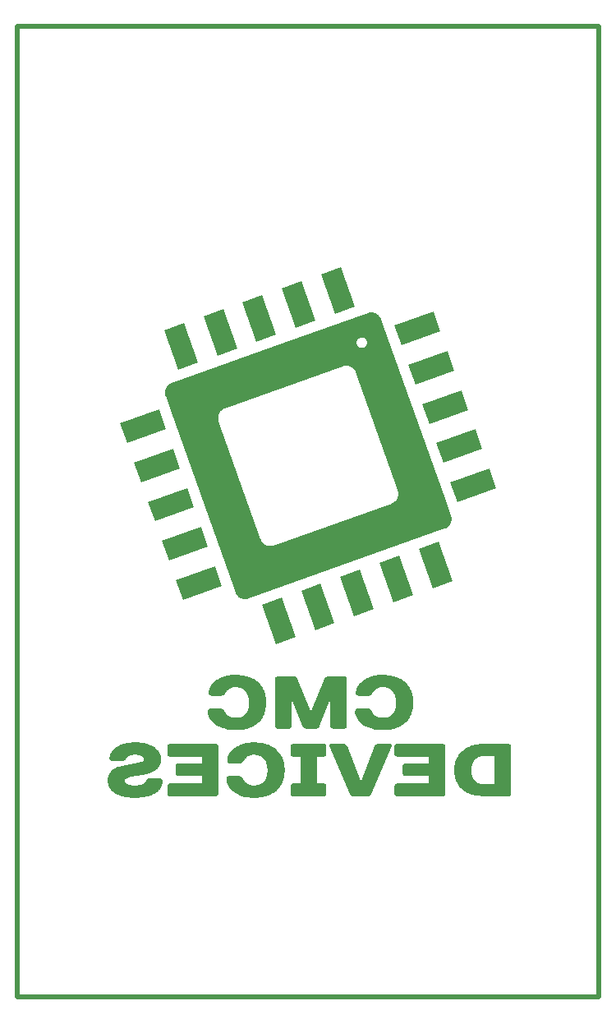
<source format=gbr>
%TF.GenerationSoftware,KiCad,Pcbnew,8.0.5*%
%TF.CreationDate,2024-10-21T17:45:40+01:00*%
%TF.ProjectId,Basic_DSP_V0_1,42617369-635f-4445-9350-5f56305f312e,rev?*%
%TF.SameCoordinates,Original*%
%TF.FileFunction,Legend,Bot*%
%TF.FilePolarity,Positive*%
%FSLAX46Y46*%
G04 Gerber Fmt 4.6, Leading zero omitted, Abs format (unit mm)*
G04 Created by KiCad (PCBNEW 8.0.5) date 2024-10-21 17:45:40*
%MOMM*%
%LPD*%
G01*
G04 APERTURE LIST*
%ADD10C,0.000000*%
%TA.AperFunction,Profile*%
%ADD11C,0.500000*%
%TD*%
G04 APERTURE END LIST*
D10*
G36*
X93090385Y-357688566D02*
G01*
X89050232Y-359127546D01*
X88330742Y-357107466D01*
X92370895Y-355668493D01*
X93090385Y-357688566D01*
G37*
G36*
X96065094Y-337280218D02*
G01*
X94045013Y-337999708D01*
X92606041Y-333959559D01*
X94626121Y-333240069D01*
X96065094Y-337280218D01*
G37*
G36*
X108185547Y-332963301D02*
G01*
X106165474Y-333682787D01*
X104726501Y-329642634D01*
X106746574Y-328923143D01*
X108185547Y-332963301D01*
G37*
G36*
X117325066Y-352232788D02*
G01*
X118119987Y-354464659D01*
X118137193Y-354517123D01*
X118151570Y-354569823D01*
X118163159Y-354622672D01*
X118172000Y-354675586D01*
X118178135Y-354728478D01*
X118181604Y-354781262D01*
X118182448Y-354833853D01*
X118180707Y-354886163D01*
X118176424Y-354938109D01*
X118169637Y-354989603D01*
X118160389Y-355040560D01*
X118148719Y-355090894D01*
X118134670Y-355140519D01*
X118118280Y-355189349D01*
X118099592Y-355237298D01*
X118078646Y-355284280D01*
X118055482Y-355330210D01*
X118030143Y-355375001D01*
X118002667Y-355418568D01*
X117973096Y-355460824D01*
X117941472Y-355501685D01*
X117907834Y-355541063D01*
X117872223Y-355578873D01*
X117834681Y-355615029D01*
X117795248Y-355649446D01*
X117753964Y-355682037D01*
X117710871Y-355712716D01*
X117666010Y-355741398D01*
X117619420Y-355767996D01*
X117571143Y-355792426D01*
X117521220Y-355814600D01*
X117469692Y-355834433D01*
X97268921Y-363029310D01*
X97216457Y-363046516D01*
X97163757Y-363060893D01*
X97110907Y-363072482D01*
X97057993Y-363081323D01*
X97005101Y-363087458D01*
X96952317Y-363090928D01*
X96899727Y-363091772D01*
X96847416Y-363090032D01*
X96795470Y-363085748D01*
X96743976Y-363078962D01*
X96693019Y-363069714D01*
X96642685Y-363058045D01*
X96593060Y-363043995D01*
X96544230Y-363027606D01*
X96496281Y-363008918D01*
X96449299Y-362987972D01*
X96403369Y-362964809D01*
X96358577Y-362939470D01*
X96315010Y-362911994D01*
X96272753Y-362882424D01*
X96231893Y-362850800D01*
X96192514Y-362817162D01*
X96154704Y-362781551D01*
X96118547Y-362744009D01*
X96084130Y-362704576D01*
X96051539Y-362663292D01*
X96020859Y-362620199D01*
X95992176Y-362575338D01*
X95965577Y-362528748D01*
X95941147Y-362480471D01*
X95918973Y-362430548D01*
X95899139Y-362379019D01*
X89499278Y-344410345D01*
X94120614Y-344410345D01*
X94121458Y-344462936D01*
X94124927Y-344515721D01*
X94131062Y-344568613D01*
X94139903Y-344621528D01*
X94151492Y-344674378D01*
X94165869Y-344727078D01*
X94183075Y-344779543D01*
X98500000Y-356900000D01*
X98519833Y-356951529D01*
X98542007Y-357001452D01*
X98566436Y-357049729D01*
X98593034Y-357096319D01*
X98621716Y-357141181D01*
X98652396Y-357184274D01*
X98684987Y-357225558D01*
X98719403Y-357264991D01*
X98755560Y-357302534D01*
X98793370Y-357338144D01*
X98832748Y-357371782D01*
X98873609Y-357403407D01*
X98915865Y-357432978D01*
X98959432Y-357460453D01*
X99004224Y-357485793D01*
X99050153Y-357508957D01*
X99097136Y-357529903D01*
X99145085Y-357548592D01*
X99193915Y-357564981D01*
X99243540Y-357579031D01*
X99293874Y-357590700D01*
X99344832Y-357599949D01*
X99396326Y-357606735D01*
X99448272Y-357611019D01*
X99500584Y-357612759D01*
X99553174Y-357611915D01*
X99605959Y-357608446D01*
X99658852Y-357602312D01*
X99711766Y-357593470D01*
X99764616Y-357581881D01*
X99817317Y-357567505D01*
X99869781Y-357550299D01*
X111990242Y-353233370D01*
X112041770Y-353213537D01*
X112091693Y-353191363D01*
X112139970Y-353166935D01*
X112186559Y-353140336D01*
X112231421Y-353111655D01*
X112274514Y-353080975D01*
X112315798Y-353048385D01*
X112355231Y-353013968D01*
X112392773Y-352977812D01*
X112428384Y-352940002D01*
X112462022Y-352900623D01*
X112493646Y-352859763D01*
X112523217Y-352817506D01*
X112550692Y-352773939D01*
X112576032Y-352729148D01*
X112599196Y-352683218D01*
X112620142Y-352636236D01*
X112638830Y-352588286D01*
X112655219Y-352539456D01*
X112669269Y-352489831D01*
X112680939Y-352439497D01*
X112690187Y-352388540D01*
X112696973Y-352337045D01*
X112701257Y-352285100D01*
X112702997Y-352232788D01*
X112702153Y-352180198D01*
X112698685Y-352127413D01*
X112692550Y-352074521D01*
X112683708Y-352021607D01*
X112672120Y-351968757D01*
X112657743Y-351916057D01*
X112640537Y-351863592D01*
X108323608Y-339743132D01*
X108303775Y-339691603D01*
X108281601Y-339641679D01*
X108257172Y-339593402D01*
X108230573Y-339546812D01*
X108201891Y-339501950D01*
X108171212Y-339458857D01*
X108138621Y-339417573D01*
X108104205Y-339378139D01*
X108068048Y-339340597D01*
X108030238Y-339304986D01*
X107990860Y-339271348D01*
X107949999Y-339239724D01*
X107907743Y-339210153D01*
X107864176Y-339182678D01*
X107819385Y-339157338D01*
X107773455Y-339134175D01*
X107726472Y-339113229D01*
X107678523Y-339094541D01*
X107629693Y-339078152D01*
X107580068Y-339064102D01*
X107529734Y-339052433D01*
X107478777Y-339043185D01*
X107427283Y-339036399D01*
X107375337Y-339032115D01*
X107323026Y-339030375D01*
X107270435Y-339031219D01*
X107217651Y-339034688D01*
X107164759Y-339040823D01*
X107111845Y-339049665D01*
X107058995Y-339061254D01*
X107006295Y-339075631D01*
X106953830Y-339092836D01*
X94833374Y-343409758D01*
X94781845Y-343429591D01*
X94731921Y-343451765D01*
X94683645Y-343476195D01*
X94637055Y-343502794D01*
X94592193Y-343531476D01*
X94549100Y-343562155D01*
X94507816Y-343594747D01*
X94468382Y-343629163D01*
X94430840Y-343665320D01*
X94395229Y-343703130D01*
X94361591Y-343742509D01*
X94329966Y-343783370D01*
X94300396Y-343825626D01*
X94272920Y-343869193D01*
X94247580Y-343913985D01*
X94224416Y-343959915D01*
X94203470Y-344006897D01*
X94184782Y-344054847D01*
X94168392Y-344103677D01*
X94154343Y-344153302D01*
X94142673Y-344203636D01*
X94133425Y-344254593D01*
X94126638Y-344306088D01*
X94122354Y-344358034D01*
X94120614Y-344410345D01*
X89499278Y-344410345D01*
X88704277Y-342178248D01*
X88687070Y-342125783D01*
X88672693Y-342073083D01*
X88661103Y-342020233D01*
X88652261Y-341967319D01*
X88646126Y-341914427D01*
X88642657Y-341861643D01*
X88641812Y-341809052D01*
X88643552Y-341756741D01*
X88647835Y-341704795D01*
X88654622Y-341653301D01*
X88663870Y-341602344D01*
X88675539Y-341552010D01*
X88689588Y-341502385D01*
X88705978Y-341453555D01*
X88724666Y-341405606D01*
X88745612Y-341358623D01*
X88768775Y-341312693D01*
X88794115Y-341267902D01*
X88821591Y-341224335D01*
X88851161Y-341182079D01*
X88882786Y-341141218D01*
X88916424Y-341101840D01*
X88952034Y-341064030D01*
X88989577Y-341027873D01*
X89029010Y-340993457D01*
X89070294Y-340960866D01*
X89113387Y-340930186D01*
X89158249Y-340901505D01*
X89204839Y-340874906D01*
X89253116Y-340850477D01*
X89303039Y-340828303D01*
X89354568Y-340808470D01*
X100963764Y-336673638D01*
X108403223Y-336673638D01*
X108403645Y-336699933D01*
X108405379Y-336726325D01*
X108408447Y-336752771D01*
X108412867Y-336779228D01*
X108418661Y-336805652D01*
X108425849Y-336832001D01*
X108434452Y-336858233D01*
X108444368Y-336883996D01*
X108455455Y-336908957D01*
X108467670Y-336933095D01*
X108480969Y-336956390D01*
X108495310Y-336978820D01*
X108510650Y-337000367D01*
X108526946Y-337021008D01*
X108544155Y-337040725D01*
X108562233Y-337059496D01*
X108581138Y-337077301D01*
X108600828Y-337094120D01*
X108621258Y-337109932D01*
X108642387Y-337124717D01*
X108664170Y-337138455D01*
X108686566Y-337151125D01*
X108709531Y-337162707D01*
X108733023Y-337173180D01*
X108756998Y-337182524D01*
X108781413Y-337190719D01*
X108806225Y-337197744D01*
X108831392Y-337203579D01*
X108856871Y-337208204D01*
X108882618Y-337211597D01*
X108908591Y-337213740D01*
X108934747Y-337214610D01*
X108961042Y-337214188D01*
X108987434Y-337212454D01*
X109013880Y-337209387D01*
X109040337Y-337204967D01*
X109066761Y-337199173D01*
X109093111Y-337191985D01*
X109119342Y-337183382D01*
X109145106Y-337173466D01*
X109170067Y-337162379D01*
X109194205Y-337150164D01*
X109217500Y-337136864D01*
X109239930Y-337122523D01*
X109261476Y-337107183D01*
X109282118Y-337090888D01*
X109301834Y-337073679D01*
X109320605Y-337055601D01*
X109338411Y-337036695D01*
X109355230Y-337017006D01*
X109371042Y-336996575D01*
X109385827Y-336975447D01*
X109399565Y-336953663D01*
X109412235Y-336931267D01*
X109423817Y-336908302D01*
X109434290Y-336884810D01*
X109443634Y-336860836D01*
X109451829Y-336836420D01*
X109458854Y-336811608D01*
X109464689Y-336786440D01*
X109469314Y-336760961D01*
X109472707Y-336735214D01*
X109474849Y-336709241D01*
X109475720Y-336683085D01*
X109475298Y-336656790D01*
X109473564Y-336630398D01*
X109470497Y-336603951D01*
X109466077Y-336577494D01*
X109460283Y-336551069D01*
X109453095Y-336524720D01*
X109444492Y-336498488D01*
X109434575Y-336472724D01*
X109423488Y-336447763D01*
X109411274Y-336423626D01*
X109397974Y-336400332D01*
X109383633Y-336377901D01*
X109368293Y-336356355D01*
X109351997Y-336335714D01*
X109334789Y-336315997D01*
X109316710Y-336297226D01*
X109297804Y-336279421D01*
X109278115Y-336262602D01*
X109257684Y-336246790D01*
X109236556Y-336232005D01*
X109214772Y-336218267D01*
X109192376Y-336205597D01*
X109169410Y-336194015D01*
X109145919Y-336183542D01*
X109121944Y-336174198D01*
X109097528Y-336166003D01*
X109072716Y-336158978D01*
X109047548Y-336153143D01*
X109022070Y-336148518D01*
X108996322Y-336145125D01*
X108970349Y-336142983D01*
X108944194Y-336142112D01*
X108917898Y-336142534D01*
X108891506Y-336144269D01*
X108865060Y-336147336D01*
X108838603Y-336151756D01*
X108812179Y-336157551D01*
X108785829Y-336164739D01*
X108759597Y-336173342D01*
X108733834Y-336183258D01*
X108708873Y-336194345D01*
X108684735Y-336206560D01*
X108661440Y-336219860D01*
X108639010Y-336234201D01*
X108617464Y-336249541D01*
X108596822Y-336265837D01*
X108577106Y-336283045D01*
X108558335Y-336301124D01*
X108540530Y-336320029D01*
X108523711Y-336339719D01*
X108507899Y-336360149D01*
X108493114Y-336381278D01*
X108479377Y-336403062D01*
X108466707Y-336425458D01*
X108455125Y-336448423D01*
X108444652Y-336471915D01*
X108435308Y-336495889D01*
X108427113Y-336520305D01*
X108420088Y-336545117D01*
X108414253Y-336570284D01*
X108409629Y-336595763D01*
X108406236Y-336621510D01*
X108404094Y-336647483D01*
X108403223Y-336673638D01*
X100963764Y-336673638D01*
X109555328Y-333613592D01*
X109607793Y-333596386D01*
X109660494Y-333582010D01*
X109713344Y-333570421D01*
X109766259Y-333561579D01*
X109819151Y-333555445D01*
X109871936Y-333551976D01*
X109924527Y-333551132D01*
X109976839Y-333552872D01*
X110028785Y-333557156D01*
X110080279Y-333563942D01*
X110131237Y-333573191D01*
X110181571Y-333584860D01*
X110231196Y-333598910D01*
X110280026Y-333615299D01*
X110327975Y-333633987D01*
X110374958Y-333654934D01*
X110420888Y-333678097D01*
X110465679Y-333703437D01*
X110509246Y-333730912D01*
X110551503Y-333760483D01*
X110592363Y-333792108D01*
X110631741Y-333825745D01*
X110669552Y-333861356D01*
X110705708Y-333898898D01*
X110740125Y-333938332D01*
X110772716Y-333979615D01*
X110803395Y-334022708D01*
X110832077Y-334067570D01*
X110858676Y-334114159D01*
X110883106Y-334162436D01*
X110905280Y-334212359D01*
X110925113Y-334263888D01*
X111786755Y-336683085D01*
X117325066Y-352232788D01*
G37*
G36*
X119932483Y-343575586D02*
G01*
X115892334Y-345014567D01*
X115172844Y-342994486D01*
X119212997Y-341555517D01*
X119932483Y-343575586D01*
G37*
G36*
X121371460Y-347615744D02*
G01*
X117331306Y-349054720D01*
X116611820Y-347034643D01*
X120651970Y-345595667D01*
X121371460Y-347615744D01*
G37*
G36*
X114218219Y-362683340D02*
G01*
X112198143Y-363402830D01*
X110759166Y-359362684D01*
X112779243Y-358643194D01*
X114218219Y-362683340D01*
G37*
G36*
X111279105Y-370897068D02*
G01*
X111462192Y-370906774D01*
X111639798Y-370922838D01*
X111811888Y-370945169D01*
X111978425Y-370973673D01*
X112139375Y-371008259D01*
X112294702Y-371048836D01*
X112444371Y-371095310D01*
X112588346Y-371147590D01*
X112726593Y-371205584D01*
X112859076Y-371269199D01*
X112985758Y-371338345D01*
X113106606Y-371412928D01*
X113221584Y-371492856D01*
X113330656Y-371578038D01*
X113433787Y-371668382D01*
X113530942Y-371763795D01*
X113622084Y-371864185D01*
X113707180Y-371969461D01*
X113786193Y-372079530D01*
X113859089Y-372194300D01*
X113925831Y-372313680D01*
X113986385Y-372437576D01*
X114040714Y-372565898D01*
X114088785Y-372698553D01*
X114130561Y-372835449D01*
X114166006Y-372976493D01*
X114195087Y-373121595D01*
X114217766Y-373270661D01*
X114234010Y-373423600D01*
X114243782Y-373580320D01*
X114247047Y-373740728D01*
X114243782Y-373901378D01*
X114234010Y-374058324D01*
X114217766Y-374211475D01*
X114195087Y-374360738D01*
X114166006Y-374506023D01*
X114130561Y-374647239D01*
X114088785Y-374784292D01*
X114040714Y-374917093D01*
X113986385Y-375045548D01*
X113925831Y-375169568D01*
X113859089Y-375289059D01*
X113786193Y-375403931D01*
X113707180Y-375514092D01*
X113622084Y-375619451D01*
X113530942Y-375719916D01*
X113433787Y-375815395D01*
X113330656Y-375905796D01*
X113221584Y-375991029D01*
X113106606Y-376071002D01*
X112985758Y-376145622D01*
X112859076Y-376214799D01*
X112726593Y-376278441D01*
X112588346Y-376336457D01*
X112444371Y-376388754D01*
X112294702Y-376435242D01*
X112139375Y-376475828D01*
X111978425Y-376510422D01*
X111811888Y-376538931D01*
X111639798Y-376561264D01*
X111462192Y-376577330D01*
X111279105Y-376587036D01*
X111090572Y-376590292D01*
X110919680Y-376587395D01*
X110753792Y-376578835D01*
X110592935Y-376564809D01*
X110437138Y-376545515D01*
X110286428Y-376521149D01*
X110140832Y-376491909D01*
X109865095Y-376419595D01*
X109610147Y-376330150D01*
X109376209Y-376225152D01*
X109163503Y-376106178D01*
X108972250Y-375974806D01*
X108802669Y-375832612D01*
X108654982Y-375681175D01*
X108529411Y-375522072D01*
X108426175Y-375356879D01*
X108345496Y-375187175D01*
X108287595Y-375014538D01*
X108252692Y-374840543D01*
X108243934Y-374753530D01*
X108241008Y-374666769D01*
X108241348Y-374648888D01*
X108242362Y-374631464D01*
X108244043Y-374614505D01*
X108246383Y-374598016D01*
X108249374Y-374582006D01*
X108253008Y-374566482D01*
X108257277Y-374551451D01*
X108262175Y-374536921D01*
X108267693Y-374522898D01*
X108273823Y-374509390D01*
X108280558Y-374496405D01*
X108287889Y-374483949D01*
X108295810Y-374472030D01*
X108304312Y-374460654D01*
X108313388Y-374449830D01*
X108323029Y-374439565D01*
X108333229Y-374429865D01*
X108343979Y-374420739D01*
X108355271Y-374412193D01*
X108367099Y-374404234D01*
X108379453Y-374396871D01*
X108392327Y-374390109D01*
X108405712Y-374383957D01*
X108419602Y-374378422D01*
X108433987Y-374373511D01*
X108448861Y-374369231D01*
X108464215Y-374365589D01*
X108480042Y-374362594D01*
X108496334Y-374360251D01*
X108513084Y-374358569D01*
X108530283Y-374357554D01*
X108547924Y-374357214D01*
X109511009Y-374357214D01*
X109552951Y-374358569D01*
X109573032Y-374360251D01*
X109592544Y-374362594D01*
X109611501Y-374365589D01*
X109629920Y-374369231D01*
X109647818Y-374373511D01*
X109665211Y-374378422D01*
X109682116Y-374383957D01*
X109698549Y-374390109D01*
X109714526Y-374396871D01*
X109730065Y-374404234D01*
X109745181Y-374412193D01*
X109759891Y-374420739D01*
X109788160Y-374439565D01*
X109815002Y-374460654D01*
X109840549Y-374483949D01*
X109864934Y-374509390D01*
X109888288Y-374536921D01*
X109910743Y-374566482D01*
X109932430Y-374598016D01*
X109953481Y-374631464D01*
X109974029Y-374666769D01*
X110011189Y-374730792D01*
X110051415Y-374793605D01*
X110094982Y-374854806D01*
X110142164Y-374913991D01*
X110193238Y-374970758D01*
X110248478Y-375024702D01*
X110277747Y-375050491D01*
X110308160Y-375075423D01*
X110339752Y-375099447D01*
X110372558Y-375122515D01*
X110406612Y-375144575D01*
X110441949Y-375165576D01*
X110478602Y-375185470D01*
X110516606Y-375204204D01*
X110555996Y-375221729D01*
X110596806Y-375237995D01*
X110639070Y-375252950D01*
X110682823Y-375266545D01*
X110728100Y-375278730D01*
X110774933Y-375289453D01*
X110823359Y-375298665D01*
X110873411Y-375306315D01*
X110925124Y-375312352D01*
X110978533Y-375316727D01*
X111033670Y-375319389D01*
X111090572Y-375320288D01*
X111169033Y-375318708D01*
X111245638Y-375313972D01*
X111320347Y-375306089D01*
X111393116Y-375295065D01*
X111463905Y-375280907D01*
X111532672Y-375263623D01*
X111599375Y-375243221D01*
X111663973Y-375219706D01*
X111726423Y-375193087D01*
X111786685Y-375163371D01*
X111844716Y-375130565D01*
X111900475Y-375094676D01*
X111953920Y-375055712D01*
X112005010Y-375013680D01*
X112053702Y-374968587D01*
X112099956Y-374920440D01*
X112143730Y-374869247D01*
X112184981Y-374815015D01*
X112223668Y-374757751D01*
X112259750Y-374697462D01*
X112293185Y-374634156D01*
X112323931Y-374567840D01*
X112351947Y-374498522D01*
X112377190Y-374426208D01*
X112399620Y-374350905D01*
X112419194Y-374272622D01*
X112435871Y-374191365D01*
X112449610Y-374107142D01*
X112460368Y-374019959D01*
X112468103Y-373929824D01*
X112472775Y-373836745D01*
X112474342Y-373740728D01*
X112472775Y-373644720D01*
X112468103Y-373551663D01*
X112460368Y-373461565D01*
X112449610Y-373374431D01*
X112435871Y-373290268D01*
X112419194Y-373209081D01*
X112399620Y-373130878D01*
X112377190Y-373055665D01*
X112351947Y-372983447D01*
X112323931Y-372914232D01*
X112293185Y-372848025D01*
X112259750Y-372784833D01*
X112223668Y-372724663D01*
X112184981Y-372667519D01*
X112143730Y-372613410D01*
X112099956Y-372562340D01*
X112053702Y-372514317D01*
X112005010Y-372469346D01*
X111953920Y-372427434D01*
X111900475Y-372388587D01*
X111844716Y-372352812D01*
X111786685Y-372320115D01*
X111726423Y-372290502D01*
X111663973Y-372263979D01*
X111599375Y-372240553D01*
X111532672Y-372220230D01*
X111463905Y-372203017D01*
X111393116Y-372188919D01*
X111320347Y-372177943D01*
X111245638Y-372170095D01*
X111169033Y-372165381D01*
X111090572Y-372163809D01*
X110985499Y-372166915D01*
X110887344Y-372176005D01*
X110795770Y-372190738D01*
X110710440Y-372210773D01*
X110631016Y-372235770D01*
X110557162Y-372265386D01*
X110488540Y-372299281D01*
X110424813Y-372337113D01*
X110365644Y-372378543D01*
X110310695Y-372423227D01*
X110259631Y-372470826D01*
X110212112Y-372520999D01*
X110167803Y-372573403D01*
X110126365Y-372627699D01*
X110087463Y-372683544D01*
X110050758Y-372740599D01*
X110028902Y-372775876D01*
X110006879Y-372809243D01*
X109984524Y-372840648D01*
X109961668Y-372870042D01*
X109938145Y-372897374D01*
X109913789Y-372922593D01*
X109888433Y-372945649D01*
X109875328Y-372956351D01*
X109861911Y-372966493D01*
X109848160Y-372976069D01*
X109834055Y-372985073D01*
X109819575Y-372993498D01*
X109804700Y-373001338D01*
X109789407Y-373008588D01*
X109773677Y-373015240D01*
X109757489Y-373021289D01*
X109740822Y-373026727D01*
X109723654Y-373031549D01*
X109705966Y-373035749D01*
X109687737Y-373039320D01*
X109668944Y-373042256D01*
X109649569Y-373044550D01*
X109629589Y-373046197D01*
X109608984Y-373047189D01*
X109587734Y-373047522D01*
X108624653Y-373047522D01*
X108607012Y-373047189D01*
X108589813Y-373046197D01*
X108573063Y-373044550D01*
X108556771Y-373042256D01*
X108540944Y-373039320D01*
X108525590Y-373035749D01*
X108510716Y-373031549D01*
X108496331Y-373026727D01*
X108482441Y-373021289D01*
X108469056Y-373015240D01*
X108456182Y-373008588D01*
X108443828Y-373001338D01*
X108432000Y-372993498D01*
X108420708Y-372985073D01*
X108409958Y-372976069D01*
X108399758Y-372966493D01*
X108390116Y-372956351D01*
X108381041Y-372945649D01*
X108372539Y-372934395D01*
X108364618Y-372922593D01*
X108357287Y-372910251D01*
X108350552Y-372897374D01*
X108344422Y-372883969D01*
X108338904Y-372870042D01*
X108334006Y-372855600D01*
X108329737Y-372840648D01*
X108326102Y-372825194D01*
X108323112Y-372809243D01*
X108320772Y-372792802D01*
X108319091Y-372775876D01*
X108318077Y-372758473D01*
X108317737Y-372740599D01*
X108320555Y-372657318D01*
X108328995Y-372573793D01*
X108343035Y-372490213D01*
X108362654Y-372406767D01*
X108387832Y-372323644D01*
X108418545Y-372241034D01*
X108454774Y-372159127D01*
X108496497Y-372078112D01*
X108543692Y-371998177D01*
X108596338Y-371919514D01*
X108654415Y-371842311D01*
X108717899Y-371766757D01*
X108786772Y-371693042D01*
X108861010Y-371621356D01*
X108940592Y-371551887D01*
X109025499Y-371484826D01*
X109115707Y-371420362D01*
X109211195Y-371358683D01*
X109311943Y-371299981D01*
X109417930Y-371244443D01*
X109529133Y-371192260D01*
X109645531Y-371143620D01*
X109767103Y-371098714D01*
X109893828Y-371057730D01*
X110025685Y-371020859D01*
X110162652Y-370988289D01*
X110304708Y-370960211D01*
X110451831Y-370936812D01*
X110604000Y-370918284D01*
X110761194Y-370904815D01*
X110923392Y-370896594D01*
X111090572Y-370893812D01*
X111279105Y-370897068D01*
G37*
G36*
X94529365Y-361728720D02*
G01*
X90489212Y-363167692D01*
X89769722Y-361147619D01*
X93809875Y-359708647D01*
X94529365Y-361728720D01*
G37*
G36*
X107099337Y-378006158D02*
G01*
X107113730Y-378007164D01*
X107127952Y-378008823D01*
X107141997Y-378011121D01*
X107155855Y-378014043D01*
X107169519Y-378017574D01*
X107182982Y-378021700D01*
X107196235Y-378026406D01*
X107209272Y-378031678D01*
X107222084Y-378037502D01*
X107234663Y-378043862D01*
X107247002Y-378050745D01*
X107270928Y-378066018D01*
X107293800Y-378083206D01*
X107315556Y-378102193D01*
X107336133Y-378122861D01*
X107355471Y-378145096D01*
X107373506Y-378168780D01*
X107390177Y-378193797D01*
X107405422Y-378220031D01*
X107419178Y-378247367D01*
X107431385Y-378275686D01*
X108780761Y-381778769D01*
X108857486Y-381778769D01*
X110241256Y-378275686D01*
X110253928Y-378247367D01*
X110268088Y-378220031D01*
X110283674Y-378193797D01*
X110300624Y-378168780D01*
X110318877Y-378145096D01*
X110338369Y-378122861D01*
X110359040Y-378102193D01*
X110380827Y-378083206D01*
X110403668Y-378066018D01*
X110415464Y-378058135D01*
X110427501Y-378050745D01*
X110439770Y-378043862D01*
X110452264Y-378037502D01*
X110464975Y-378031678D01*
X110477895Y-378026406D01*
X110491017Y-378021700D01*
X110504332Y-378017574D01*
X110517833Y-378014043D01*
X110531513Y-378011121D01*
X110545364Y-378008823D01*
X110559377Y-378007164D01*
X110573545Y-378006158D01*
X110587860Y-378005819D01*
X111820820Y-378005819D01*
X111835070Y-378006158D01*
X111849033Y-378007164D01*
X111862685Y-378008823D01*
X111876000Y-378011121D01*
X111888954Y-378014043D01*
X111901524Y-378017574D01*
X111913685Y-378021700D01*
X111925413Y-378026406D01*
X111936683Y-378031678D01*
X111947472Y-378037502D01*
X111957756Y-378043862D01*
X111967509Y-378050745D01*
X111976708Y-378058135D01*
X111985328Y-378066018D01*
X111993346Y-378074380D01*
X112000737Y-378083206D01*
X112007477Y-378092482D01*
X112013542Y-378102193D01*
X112018907Y-378112324D01*
X112023548Y-378122861D01*
X112027441Y-378133790D01*
X112030562Y-378145096D01*
X112032887Y-378156764D01*
X112034390Y-378168780D01*
X112035049Y-378181129D01*
X112034839Y-378193797D01*
X112033735Y-378206769D01*
X112031714Y-378220031D01*
X112028751Y-378233569D01*
X112024822Y-378247367D01*
X112019903Y-378261411D01*
X112013969Y-378275686D01*
X109934341Y-383128149D01*
X109920798Y-383156439D01*
X109905992Y-383183691D01*
X109889961Y-383209795D01*
X109872743Y-383234643D01*
X109854379Y-383258128D01*
X109834906Y-383280139D01*
X109814363Y-383300569D01*
X109792789Y-383319309D01*
X109770223Y-383336251D01*
X109758580Y-383344014D01*
X109746704Y-383351286D01*
X109734598Y-383358055D01*
X109722269Y-383364306D01*
X109709721Y-383370026D01*
X109696959Y-383375202D01*
X109683988Y-383379820D01*
X109670812Y-383383866D01*
X109657436Y-383387326D01*
X109643866Y-383390188D01*
X109630106Y-383392438D01*
X109616160Y-383394061D01*
X109602035Y-383395045D01*
X109587734Y-383395376D01*
X108010822Y-383390082D01*
X107996288Y-383389766D01*
X107981960Y-383388826D01*
X107967840Y-383387274D01*
X107953931Y-383385121D01*
X107940238Y-383382379D01*
X107926763Y-383379059D01*
X107913510Y-383375174D01*
X107900482Y-383370735D01*
X107887683Y-383365752D01*
X107875116Y-383360239D01*
X107862784Y-383354207D01*
X107850692Y-383347667D01*
X107827236Y-383333110D01*
X107804777Y-383316662D01*
X107783341Y-383298415D01*
X107762956Y-383278464D01*
X107743648Y-383256899D01*
X107725444Y-383233816D01*
X107708372Y-383209306D01*
X107692459Y-383183463D01*
X107677732Y-383156380D01*
X107664219Y-383128149D01*
X105584594Y-378275686D01*
X105578653Y-378261411D01*
X105573712Y-378247367D01*
X105569748Y-378233569D01*
X105566739Y-378220031D01*
X105564663Y-378206769D01*
X105563496Y-378193797D01*
X105563215Y-378181129D01*
X105563799Y-378168780D01*
X105565223Y-378156764D01*
X105567466Y-378145096D01*
X105570504Y-378133790D01*
X105574315Y-378122861D01*
X105578875Y-378112324D01*
X105584163Y-378102193D01*
X105590156Y-378092482D01*
X105596830Y-378083206D01*
X105604163Y-378074380D01*
X105612132Y-378066018D01*
X105620715Y-378058135D01*
X105629888Y-378050745D01*
X105639629Y-378043862D01*
X105649914Y-378037502D01*
X105660722Y-378031678D01*
X105672030Y-378026406D01*
X105683814Y-378021700D01*
X105696053Y-378017574D01*
X105708722Y-378014043D01*
X105721800Y-378011121D01*
X105735264Y-378008823D01*
X105749090Y-378007164D01*
X105763256Y-378006158D01*
X105777740Y-378005819D01*
X107084781Y-378005819D01*
X107099337Y-378006158D01*
G37*
G36*
X90212440Y-349608263D02*
G01*
X86172287Y-351047236D01*
X85452797Y-349027159D01*
X89492950Y-347588183D01*
X90212440Y-349608263D01*
G37*
G36*
X100105247Y-335841250D02*
G01*
X98085167Y-336560736D01*
X96646194Y-332520582D01*
X98666267Y-331801092D01*
X100105247Y-335841250D01*
G37*
G36*
X118258369Y-361244375D02*
G01*
X116238296Y-361963865D01*
X114799320Y-357923712D01*
X116819397Y-357204222D01*
X118258369Y-361244375D01*
G37*
G36*
X101909698Y-371047714D02*
G01*
X101930554Y-371049022D01*
X101950920Y-371051159D01*
X101970795Y-371054091D01*
X101990173Y-371057783D01*
X102009052Y-371062200D01*
X102027426Y-371067306D01*
X102045293Y-371073068D01*
X102079487Y-371086416D01*
X102111604Y-371101966D01*
X102141613Y-371119438D01*
X102169482Y-371138554D01*
X102195180Y-371159033D01*
X102218677Y-371180598D01*
X102239942Y-371202969D01*
X102258942Y-371225866D01*
X102275649Y-371249012D01*
X102290030Y-371272126D01*
X102302054Y-371294930D01*
X102311691Y-371317144D01*
X103658424Y-374587393D01*
X103737800Y-374587393D01*
X105084533Y-371317144D01*
X105094170Y-371294930D01*
X105106195Y-371272126D01*
X105120576Y-371249012D01*
X105137282Y-371225866D01*
X105156283Y-371202969D01*
X105177547Y-371180598D01*
X105189018Y-371169698D01*
X105201043Y-371159033D01*
X105213619Y-371148640D01*
X105226741Y-371138554D01*
X105240406Y-371128808D01*
X105254610Y-371119438D01*
X105269348Y-371110479D01*
X105284618Y-371101966D01*
X105300415Y-371093933D01*
X105316734Y-371086416D01*
X105333574Y-371079449D01*
X105350928Y-371073068D01*
X105368794Y-371067306D01*
X105387168Y-371062200D01*
X105406046Y-371057783D01*
X105425424Y-371054091D01*
X105445298Y-371051159D01*
X105465664Y-371049022D01*
X105486519Y-371047714D01*
X105507858Y-371047270D01*
X107124466Y-371047270D01*
X107138741Y-371047601D01*
X107152785Y-371048586D01*
X107166584Y-371050211D01*
X107180121Y-371052463D01*
X107193383Y-371055330D01*
X107206356Y-371058798D01*
X107219024Y-371062854D01*
X107231373Y-371067486D01*
X107243390Y-371072679D01*
X107255058Y-371078421D01*
X107266364Y-371084699D01*
X107277293Y-371091499D01*
X107287831Y-371098810D01*
X107297962Y-371106617D01*
X107307673Y-371114907D01*
X107316950Y-371123668D01*
X107325776Y-371132886D01*
X107334138Y-371142548D01*
X107342022Y-371152642D01*
X107349413Y-371163154D01*
X107356295Y-371174070D01*
X107362656Y-371185379D01*
X107368480Y-371197066D01*
X107373752Y-371209120D01*
X107378459Y-371221526D01*
X107382585Y-371234271D01*
X107386116Y-371247343D01*
X107389038Y-371260729D01*
X107391336Y-371274415D01*
X107392995Y-371288388D01*
X107394002Y-371302636D01*
X107394340Y-371317144D01*
X107394340Y-376166960D01*
X107394002Y-376181236D01*
X107392995Y-376195280D01*
X107391336Y-376209078D01*
X107389038Y-376222615D01*
X107386116Y-376235877D01*
X107382585Y-376248850D01*
X107378459Y-376261518D01*
X107373752Y-376273868D01*
X107368480Y-376285884D01*
X107362656Y-376297552D01*
X107356295Y-376308858D01*
X107349413Y-376319787D01*
X107342022Y-376330325D01*
X107334138Y-376340457D01*
X107325776Y-376350168D01*
X107316950Y-376359444D01*
X107307673Y-376368270D01*
X107297962Y-376376633D01*
X107287831Y-376384516D01*
X107277293Y-376391907D01*
X107266364Y-376398790D01*
X107255058Y-376405150D01*
X107243390Y-376410974D01*
X107231373Y-376416247D01*
X107219024Y-376420953D01*
X107206356Y-376425079D01*
X107193383Y-376428611D01*
X107180121Y-376431532D01*
X107166584Y-376433830D01*
X107152785Y-376435490D01*
X107138741Y-376436496D01*
X107124466Y-376436834D01*
X105968238Y-376436834D01*
X105953970Y-376436496D01*
X105939948Y-376435490D01*
X105926186Y-376433830D01*
X105912697Y-376431532D01*
X105899495Y-376428611D01*
X105886593Y-376425079D01*
X105874005Y-376420953D01*
X105861744Y-376416247D01*
X105849825Y-376410974D01*
X105838260Y-376405150D01*
X105827064Y-376398790D01*
X105816249Y-376391907D01*
X105805829Y-376384516D01*
X105795819Y-376376633D01*
X105786230Y-376368270D01*
X105777078Y-376359444D01*
X105768376Y-376350168D01*
X105760136Y-376340457D01*
X105752374Y-376330325D01*
X105745101Y-376319787D01*
X105738333Y-376308858D01*
X105732081Y-376297552D01*
X105726361Y-376285884D01*
X105721186Y-376273868D01*
X105716568Y-376261518D01*
X105712522Y-376248850D01*
X105709061Y-376235877D01*
X105706200Y-376222615D01*
X105703950Y-376209078D01*
X105702326Y-376195280D01*
X105701342Y-376181236D01*
X105701011Y-376166960D01*
X105701011Y-373626959D01*
X105621635Y-373626959D01*
X104584465Y-376166960D01*
X104574391Y-376189176D01*
X104562043Y-376211980D01*
X104547439Y-376235095D01*
X104530598Y-376258241D01*
X104511541Y-376281139D01*
X104490285Y-376303510D01*
X104478840Y-376314410D01*
X104466852Y-376325074D01*
X104454325Y-376335467D01*
X104441260Y-376345553D01*
X104427660Y-376355299D01*
X104413528Y-376364669D01*
X104398866Y-376373627D01*
X104383677Y-376382140D01*
X104367962Y-376390173D01*
X104351725Y-376397690D01*
X104334967Y-376404656D01*
X104317691Y-376411038D01*
X104299900Y-376416799D01*
X104281596Y-376421905D01*
X104262781Y-376426322D01*
X104243458Y-376430013D01*
X104223629Y-376432945D01*
X104203297Y-376435083D01*
X104182464Y-376436391D01*
X104161132Y-376436834D01*
X103227157Y-376436834D01*
X103205826Y-376436391D01*
X103184993Y-376435083D01*
X103164661Y-376432945D01*
X103144832Y-376430013D01*
X103125509Y-376426322D01*
X103106694Y-376421905D01*
X103088390Y-376416799D01*
X103070599Y-376411038D01*
X103036565Y-376397690D01*
X103004612Y-376382140D01*
X102974761Y-376364669D01*
X102947029Y-376345553D01*
X102921436Y-376325074D01*
X102898002Y-376303510D01*
X102876747Y-376281139D01*
X102857688Y-376258241D01*
X102840847Y-376235095D01*
X102826242Y-376211980D01*
X102813892Y-376189176D01*
X102803817Y-376166960D01*
X101774589Y-373626959D01*
X101695221Y-373626959D01*
X101695221Y-376166960D01*
X101694890Y-376181236D01*
X101693905Y-376195280D01*
X101692282Y-376209078D01*
X101690032Y-376222615D01*
X101687170Y-376235877D01*
X101683709Y-376248850D01*
X101679663Y-376261518D01*
X101675045Y-376273868D01*
X101669869Y-376285884D01*
X101664149Y-376297552D01*
X101657897Y-376308858D01*
X101651128Y-376319787D01*
X101643856Y-376330325D01*
X101636093Y-376340457D01*
X101627853Y-376350168D01*
X101619150Y-376359444D01*
X101609997Y-376368270D01*
X101600409Y-376376633D01*
X101590398Y-376384516D01*
X101579978Y-376391907D01*
X101569163Y-376398790D01*
X101557966Y-376405150D01*
X101546401Y-376410974D01*
X101534481Y-376416247D01*
X101522220Y-376420953D01*
X101509632Y-376425079D01*
X101496730Y-376428611D01*
X101483528Y-376431532D01*
X101470038Y-376433830D01*
X101456276Y-376435490D01*
X101442254Y-376436496D01*
X101427986Y-376436834D01*
X100271759Y-376436834D01*
X100257482Y-376436496D01*
X100243438Y-376435490D01*
X100229639Y-376433830D01*
X100216101Y-376431532D01*
X100202839Y-376428611D01*
X100189866Y-376425079D01*
X100177197Y-376420953D01*
X100164848Y-376416247D01*
X100152831Y-376410974D01*
X100141163Y-376405150D01*
X100129857Y-376398790D01*
X100118928Y-376391907D01*
X100108390Y-376384516D01*
X100098259Y-376376633D01*
X100088548Y-376368270D01*
X100079272Y-376359444D01*
X100070446Y-376350168D01*
X100062083Y-376340457D01*
X100054200Y-376330325D01*
X100046810Y-376319787D01*
X100039927Y-376308858D01*
X100033567Y-376297552D01*
X100027743Y-376285884D01*
X100022471Y-376273868D01*
X100017765Y-376261518D01*
X100013639Y-376248850D01*
X100010107Y-376235877D01*
X100007186Y-376222615D01*
X100004888Y-376209078D01*
X100003229Y-376195280D01*
X100002223Y-376181236D01*
X100001884Y-376166960D01*
X100001884Y-371317144D01*
X100002223Y-371302636D01*
X100003229Y-371288388D01*
X100004888Y-371274415D01*
X100007186Y-371260729D01*
X100010107Y-371247343D01*
X100013639Y-371234271D01*
X100017765Y-371221526D01*
X100022471Y-371209120D01*
X100027743Y-371197066D01*
X100033567Y-371185379D01*
X100039927Y-371174070D01*
X100046810Y-371163154D01*
X100054200Y-371152642D01*
X100062083Y-371142548D01*
X100070446Y-371132886D01*
X100079272Y-371123668D01*
X100088548Y-371114907D01*
X100098259Y-371106617D01*
X100108390Y-371098810D01*
X100118928Y-371091499D01*
X100129857Y-371084699D01*
X100141163Y-371078421D01*
X100152831Y-371072679D01*
X100164848Y-371067486D01*
X100177197Y-371062854D01*
X100189866Y-371058798D01*
X100202839Y-371055330D01*
X100216101Y-371052463D01*
X100229639Y-371050211D01*
X100243438Y-371048586D01*
X100257482Y-371047601D01*
X100271759Y-371047270D01*
X101888359Y-371047270D01*
X101909698Y-371047714D01*
G37*
G36*
X102097763Y-367000273D02*
G01*
X100077682Y-367719763D01*
X98638710Y-363679609D01*
X100658783Y-362960119D01*
X102097763Y-367000273D01*
G37*
G36*
X105037942Y-378006158D02*
G01*
X105051964Y-378007164D01*
X105065726Y-378008823D01*
X105079216Y-378011121D01*
X105092418Y-378014043D01*
X105105320Y-378017574D01*
X105117908Y-378021700D01*
X105130169Y-378026406D01*
X105142089Y-378031678D01*
X105153654Y-378037502D01*
X105164851Y-378043862D01*
X105175666Y-378050745D01*
X105186086Y-378058135D01*
X105196097Y-378066018D01*
X105205685Y-378074380D01*
X105214838Y-378083206D01*
X105223541Y-378092482D01*
X105231780Y-378102193D01*
X105239543Y-378112324D01*
X105246816Y-378122861D01*
X105253585Y-378133790D01*
X105259837Y-378145096D01*
X105265557Y-378156764D01*
X105270733Y-378168780D01*
X105275351Y-378181129D01*
X105279397Y-378193797D01*
X105282858Y-378206769D01*
X105285720Y-378220031D01*
X105287970Y-378233569D01*
X105289593Y-378247367D01*
X105290577Y-378261411D01*
X105290908Y-378275686D01*
X105290908Y-379045630D01*
X105290577Y-379060138D01*
X105289593Y-379074384D01*
X105287970Y-379088357D01*
X105285720Y-379102042D01*
X105282858Y-379115428D01*
X105279397Y-379128499D01*
X105275351Y-379141244D01*
X105270733Y-379153650D01*
X105265557Y-379165703D01*
X105259837Y-379177390D01*
X105253585Y-379188698D01*
X105246816Y-379199615D01*
X105239543Y-379210126D01*
X105231780Y-379220219D01*
X105223541Y-379229882D01*
X105214838Y-379239100D01*
X105205685Y-379247860D01*
X105196097Y-379256150D01*
X105186086Y-379263957D01*
X105175666Y-379271267D01*
X105164851Y-379278068D01*
X105153654Y-379284346D01*
X105142089Y-379290088D01*
X105130169Y-379295281D01*
X105117908Y-379299912D01*
X105105320Y-379303968D01*
X105092418Y-379307436D01*
X105079216Y-379310303D01*
X105065726Y-379312556D01*
X105051964Y-379314181D01*
X105037942Y-379315165D01*
X105023674Y-379315497D01*
X104290779Y-379315497D01*
X104290779Y-382088339D01*
X105023674Y-382088339D01*
X105037942Y-382088670D01*
X105051964Y-382089655D01*
X105065726Y-382091280D01*
X105079216Y-382093532D01*
X105092418Y-382096399D01*
X105105320Y-382099866D01*
X105117908Y-382103922D01*
X105130169Y-382108553D01*
X105142089Y-382113746D01*
X105153654Y-382119488D01*
X105164851Y-382125766D01*
X105175666Y-382132566D01*
X105186086Y-382139876D01*
X105196097Y-382147683D01*
X105205685Y-382155973D01*
X105214838Y-382164733D01*
X105223541Y-382173951D01*
X105231780Y-382183613D01*
X105239543Y-382193706D01*
X105246816Y-382204217D01*
X105253585Y-382215134D01*
X105259837Y-382226442D01*
X105265557Y-382238129D01*
X105270733Y-382250182D01*
X105275351Y-382262588D01*
X105279397Y-382275333D01*
X105282858Y-382288405D01*
X105285720Y-382301791D01*
X105287970Y-382315477D01*
X105289593Y-382329450D01*
X105290577Y-382343697D01*
X105290908Y-382358206D01*
X105290908Y-383128149D01*
X105290577Y-383142417D01*
X105289593Y-383156439D01*
X105287970Y-383170202D01*
X105285720Y-383183691D01*
X105282858Y-383196893D01*
X105279397Y-383209795D01*
X105275351Y-383222383D01*
X105270733Y-383234643D01*
X105265557Y-383246563D01*
X105259837Y-383258128D01*
X105253585Y-383269324D01*
X105246816Y-383280139D01*
X105239543Y-383290558D01*
X105231780Y-383300569D01*
X105223541Y-383310157D01*
X105214838Y-383319309D01*
X105205685Y-383328012D01*
X105196097Y-383336251D01*
X105186086Y-383344014D01*
X105175666Y-383351286D01*
X105164851Y-383358055D01*
X105153654Y-383364306D01*
X105142089Y-383370026D01*
X105130169Y-383375202D01*
X105117908Y-383379820D01*
X105105320Y-383383866D01*
X105092418Y-383387326D01*
X105079216Y-383390188D01*
X105065726Y-383392438D01*
X105051964Y-383394061D01*
X105037942Y-383395045D01*
X105023674Y-383395376D01*
X101864547Y-383395376D01*
X101850279Y-383395045D01*
X101836257Y-383394061D01*
X101822495Y-383392438D01*
X101809006Y-383390188D01*
X101795804Y-383387326D01*
X101782902Y-383383866D01*
X101770315Y-383379820D01*
X101758054Y-383375202D01*
X101746135Y-383370026D01*
X101734571Y-383364306D01*
X101723375Y-383358055D01*
X101712560Y-383351286D01*
X101702141Y-383344014D01*
X101692131Y-383336251D01*
X101682543Y-383328012D01*
X101673391Y-383319309D01*
X101664689Y-383310157D01*
X101656450Y-383300569D01*
X101648687Y-383290558D01*
X101641415Y-383280139D01*
X101634647Y-383269324D01*
X101628396Y-383258128D01*
X101622676Y-383246563D01*
X101617501Y-383234643D01*
X101612884Y-383222383D01*
X101608838Y-383209795D01*
X101605377Y-383196893D01*
X101602516Y-383183691D01*
X101600266Y-383170202D01*
X101598643Y-383156439D01*
X101597659Y-383142417D01*
X101597328Y-383128149D01*
X101597328Y-382358206D01*
X101597659Y-382343697D01*
X101598643Y-382329450D01*
X101600266Y-382315477D01*
X101602516Y-382301791D01*
X101605377Y-382288405D01*
X101608838Y-382275333D01*
X101612884Y-382262588D01*
X101617501Y-382250182D01*
X101622676Y-382238129D01*
X101628396Y-382226442D01*
X101634647Y-382215134D01*
X101641415Y-382204217D01*
X101648687Y-382193706D01*
X101656450Y-382183613D01*
X101664689Y-382173951D01*
X101673391Y-382164733D01*
X101682543Y-382155973D01*
X101692131Y-382147683D01*
X101702141Y-382139876D01*
X101712560Y-382132566D01*
X101723375Y-382125766D01*
X101734571Y-382119488D01*
X101746135Y-382113746D01*
X101758054Y-382108553D01*
X101770315Y-382103922D01*
X101782902Y-382099866D01*
X101795804Y-382096399D01*
X101809006Y-382093532D01*
X101822495Y-382091280D01*
X101836257Y-382089655D01*
X101850279Y-382088670D01*
X101864547Y-382088339D01*
X102597442Y-382088339D01*
X102597442Y-379315497D01*
X101864547Y-379315497D01*
X101850279Y-379315165D01*
X101836257Y-379314181D01*
X101822495Y-379312556D01*
X101809006Y-379310303D01*
X101795804Y-379307436D01*
X101782902Y-379303968D01*
X101770315Y-379299912D01*
X101758054Y-379295281D01*
X101746135Y-379290088D01*
X101734571Y-379284346D01*
X101723375Y-379278068D01*
X101712560Y-379271267D01*
X101702141Y-379263957D01*
X101692131Y-379256150D01*
X101682543Y-379247860D01*
X101673391Y-379239100D01*
X101664689Y-379229882D01*
X101656450Y-379220219D01*
X101648687Y-379210126D01*
X101641415Y-379199615D01*
X101634647Y-379188698D01*
X101628396Y-379177390D01*
X101622676Y-379165703D01*
X101617501Y-379153650D01*
X101612884Y-379141244D01*
X101608838Y-379128499D01*
X101605377Y-379115428D01*
X101602516Y-379102042D01*
X101600266Y-379088357D01*
X101598643Y-379074384D01*
X101597659Y-379060138D01*
X101597328Y-379045630D01*
X101597328Y-378275686D01*
X101597659Y-378261411D01*
X101598643Y-378247367D01*
X101600266Y-378233569D01*
X101602516Y-378220031D01*
X101605377Y-378206769D01*
X101608838Y-378193797D01*
X101612884Y-378181129D01*
X101617501Y-378168780D01*
X101622676Y-378156764D01*
X101628396Y-378145096D01*
X101634647Y-378133790D01*
X101641415Y-378122861D01*
X101648687Y-378112324D01*
X101656450Y-378102193D01*
X101664689Y-378092482D01*
X101673391Y-378083206D01*
X101682543Y-378074380D01*
X101692131Y-378066018D01*
X101702141Y-378058135D01*
X101712560Y-378050745D01*
X101723375Y-378043862D01*
X101734571Y-378037502D01*
X101746135Y-378031678D01*
X101758054Y-378026406D01*
X101770315Y-378021700D01*
X101782902Y-378017574D01*
X101795804Y-378014043D01*
X101809006Y-378011121D01*
X101822495Y-378008823D01*
X101836257Y-378007164D01*
X101850279Y-378006158D01*
X101864547Y-378005819D01*
X105023674Y-378005819D01*
X105037942Y-378006158D01*
G37*
G36*
X110178066Y-364122313D02*
G01*
X108157989Y-364841803D01*
X106719017Y-360801649D01*
X108739093Y-360082159D01*
X110178066Y-364122313D01*
G37*
G36*
X106137909Y-365561293D02*
G01*
X104117836Y-366280783D01*
X102678863Y-362240629D01*
X104698936Y-361521139D01*
X106137909Y-365561293D01*
G37*
G36*
X98012896Y-377855610D02*
G01*
X98195983Y-377865317D01*
X98373588Y-377881382D01*
X98545677Y-377903715D01*
X98712214Y-377932224D01*
X98873164Y-377966818D01*
X99028491Y-378007404D01*
X99178160Y-378053892D01*
X99322135Y-378106189D01*
X99460382Y-378164205D01*
X99592865Y-378227847D01*
X99719548Y-378297024D01*
X99840396Y-378371644D01*
X99955374Y-378451617D01*
X100064446Y-378536849D01*
X100167577Y-378627251D01*
X100264732Y-378722729D01*
X100355876Y-378823194D01*
X100440972Y-378928552D01*
X100519985Y-379038713D01*
X100592881Y-379153585D01*
X100659624Y-379273076D01*
X100720178Y-379397095D01*
X100774508Y-379525550D01*
X100822579Y-379658350D01*
X100864355Y-379795404D01*
X100899801Y-379936618D01*
X100928881Y-380081903D01*
X100951561Y-380231166D01*
X100967805Y-380384316D01*
X100977577Y-380541261D01*
X100980842Y-380701910D01*
X100977577Y-380862560D01*
X100967805Y-381019507D01*
X100951561Y-381172658D01*
X100928881Y-381321922D01*
X100899801Y-381467208D01*
X100864355Y-381608424D01*
X100822579Y-381745478D01*
X100774508Y-381878279D01*
X100720178Y-382006735D01*
X100659624Y-382130754D01*
X100592881Y-382250246D01*
X100519985Y-382365119D01*
X100440972Y-382475280D01*
X100355876Y-382580639D01*
X100264732Y-382681104D01*
X100167577Y-382776583D01*
X100064446Y-382866985D01*
X99955374Y-382952218D01*
X99840396Y-383032190D01*
X99719548Y-383106811D01*
X99592865Y-383175988D01*
X99460382Y-383239630D01*
X99322135Y-383297646D01*
X99178160Y-383349944D01*
X99028491Y-383396431D01*
X98873164Y-383437018D01*
X98712214Y-383471611D01*
X98545677Y-383500120D01*
X98373588Y-383522453D01*
X98195983Y-383538519D01*
X98012896Y-383548225D01*
X97824363Y-383551481D01*
X97653472Y-383548577D01*
X97487584Y-383539994D01*
X97326728Y-383525933D01*
X97170932Y-383506590D01*
X97020222Y-383482164D01*
X96874627Y-383452853D01*
X96598890Y-383380369D01*
X96343943Y-383290724D01*
X96110007Y-383185502D01*
X95897301Y-383066288D01*
X95706048Y-382934669D01*
X95536467Y-382792228D01*
X95388781Y-382640551D01*
X95263210Y-382481224D01*
X95159974Y-382315832D01*
X95079295Y-382145959D01*
X95021394Y-381973191D01*
X94986491Y-381799113D01*
X94977733Y-381712079D01*
X94974807Y-381625311D01*
X94975147Y-381607437D01*
X94976161Y-381590035D01*
X94977842Y-381573110D01*
X94980182Y-381556669D01*
X94983173Y-381540719D01*
X94986807Y-381525265D01*
X94991076Y-381510314D01*
X94995974Y-381495872D01*
X95001492Y-381481946D01*
X95007622Y-381468541D01*
X95014356Y-381455665D01*
X95021688Y-381443323D01*
X95029608Y-381431521D01*
X95038110Y-381420267D01*
X95047186Y-381409565D01*
X95056827Y-381399424D01*
X95067027Y-381389848D01*
X95077776Y-381380844D01*
X95089069Y-381372419D01*
X95100896Y-381364579D01*
X95113250Y-381357329D01*
X95126124Y-381350677D01*
X95139509Y-381344629D01*
X95153397Y-381339190D01*
X95167782Y-381334368D01*
X95182656Y-381330168D01*
X95198009Y-381326597D01*
X95213836Y-381323661D01*
X95230128Y-381321367D01*
X95246876Y-381319721D01*
X95264075Y-381318728D01*
X95281715Y-381318396D01*
X96244804Y-381318396D01*
X96286746Y-381319721D01*
X96326339Y-381323661D01*
X96345296Y-381326597D01*
X96363715Y-381330168D01*
X96381613Y-381334368D01*
X96399006Y-381339190D01*
X96415910Y-381344629D01*
X96432343Y-381350677D01*
X96448320Y-381357329D01*
X96463859Y-381364579D01*
X96493685Y-381380844D01*
X96521953Y-381399424D01*
X96548795Y-381420267D01*
X96574343Y-381443323D01*
X96598727Y-381468541D01*
X96622081Y-381495872D01*
X96644536Y-381525265D01*
X96666224Y-381556669D01*
X96687276Y-381590035D01*
X96707824Y-381625311D01*
X96744984Y-381689799D01*
X96785209Y-381753019D01*
X96828775Y-381814572D01*
X96875957Y-381874060D01*
X96927030Y-381931083D01*
X96982269Y-381985242D01*
X97011538Y-382011123D01*
X97041951Y-382036137D01*
X97073543Y-382060237D01*
X97106349Y-382083370D01*
X97140402Y-382105489D01*
X97175739Y-382126541D01*
X97212392Y-382146479D01*
X97250396Y-382165252D01*
X97289786Y-382182809D01*
X97330596Y-382199102D01*
X97372860Y-382214079D01*
X97416613Y-382227692D01*
X97461889Y-382239891D01*
X97508723Y-382250624D01*
X97557149Y-382259844D01*
X97607202Y-382267499D01*
X97658915Y-382273539D01*
X97712323Y-382277916D01*
X97767461Y-382280578D01*
X97824363Y-382281477D01*
X97902824Y-382279897D01*
X97979430Y-382275162D01*
X98054138Y-382267278D01*
X98126908Y-382256254D01*
X98197697Y-382242097D01*
X98266464Y-382224813D01*
X98333167Y-382204410D01*
X98397765Y-382180895D01*
X98460215Y-382154276D01*
X98520477Y-382124560D01*
X98578508Y-382091754D01*
X98634267Y-382055865D01*
X98687713Y-382016901D01*
X98738803Y-381974868D01*
X98787495Y-381929775D01*
X98833749Y-381881628D01*
X98877523Y-381830435D01*
X98918774Y-381776203D01*
X98957462Y-381718938D01*
X98993544Y-381658650D01*
X99026979Y-381595343D01*
X99057725Y-381529027D01*
X99085741Y-381459708D01*
X99110985Y-381387394D01*
X99133415Y-381312091D01*
X99152989Y-381233807D01*
X99169666Y-381152550D01*
X99183405Y-381068326D01*
X99194163Y-380981143D01*
X99201898Y-380891007D01*
X99206571Y-380797927D01*
X99208137Y-380701910D01*
X99206571Y-380605894D01*
X99201898Y-380512816D01*
X99194163Y-380422682D01*
X99183405Y-380335500D01*
X99169666Y-380251277D01*
X99152989Y-380170020D01*
X99133415Y-380091737D01*
X99110985Y-380016435D01*
X99085741Y-379944122D01*
X99057725Y-379874803D01*
X99026979Y-379808488D01*
X98993544Y-379745182D01*
X98957462Y-379684894D01*
X98918774Y-379627630D01*
X98877523Y-379573398D01*
X98833749Y-379522205D01*
X98787495Y-379474059D01*
X98738803Y-379428966D01*
X98687713Y-379386934D01*
X98634267Y-379347970D01*
X98578508Y-379312081D01*
X98520477Y-379279275D01*
X98460215Y-379249559D01*
X98397765Y-379222940D01*
X98333167Y-379199426D01*
X98266464Y-379179023D01*
X98197697Y-379161739D01*
X98126908Y-379147581D01*
X98054138Y-379136557D01*
X97979430Y-379128674D01*
X97902824Y-379123938D01*
X97824363Y-379122358D01*
X97719319Y-379125465D01*
X97621244Y-379134559D01*
X97529788Y-379149304D01*
X97444603Y-379169363D01*
X97365340Y-379194398D01*
X97291651Y-379224073D01*
X97223185Y-379258049D01*
X97159596Y-379295990D01*
X97100534Y-379337559D01*
X97045649Y-379382418D01*
X96994595Y-379430230D01*
X96947020Y-379480659D01*
X96902578Y-379533366D01*
X96860918Y-379588015D01*
X96821693Y-379644268D01*
X96784553Y-379701788D01*
X96762726Y-379736628D01*
X96740783Y-379769670D01*
X96718545Y-379800851D01*
X96695834Y-379830110D01*
X96672472Y-379857385D01*
X96648281Y-379882613D01*
X96623082Y-379905733D01*
X96610048Y-379916483D01*
X96596697Y-379926683D01*
X96583004Y-379936324D01*
X96568947Y-379945400D01*
X96554505Y-379953902D01*
X96539656Y-379961822D01*
X96524376Y-379969154D01*
X96508643Y-379975889D01*
X96492436Y-379982019D01*
X96475732Y-379987537D01*
X96458509Y-379992434D01*
X96440744Y-379996704D01*
X96422415Y-380000338D01*
X96403500Y-380003329D01*
X96383977Y-380005669D01*
X96363822Y-380007349D01*
X96343015Y-380008364D01*
X96321533Y-380008703D01*
X95358444Y-380008703D01*
X95340803Y-380008364D01*
X95323604Y-380007349D01*
X95306854Y-380005669D01*
X95290562Y-380003329D01*
X95274735Y-380000338D01*
X95259381Y-379996704D01*
X95244507Y-379992434D01*
X95230122Y-379987537D01*
X95216233Y-379982019D01*
X95202847Y-379975889D01*
X95189973Y-379969154D01*
X95177619Y-379961822D01*
X95165791Y-379953902D01*
X95154499Y-379945400D01*
X95143749Y-379936324D01*
X95133549Y-379926683D01*
X95123908Y-379916483D01*
X95114832Y-379905733D01*
X95106330Y-379894440D01*
X95098409Y-379882613D01*
X95091078Y-379870259D01*
X95084343Y-379857385D01*
X95078213Y-379843999D01*
X95072695Y-379830110D01*
X95067798Y-379815725D01*
X95063528Y-379800851D01*
X95059894Y-379785497D01*
X95056903Y-379769670D01*
X95054563Y-379753378D01*
X95052883Y-379736628D01*
X95051868Y-379719429D01*
X95051529Y-379701788D01*
X95054347Y-379618500D01*
X95062786Y-379534953D01*
X95076827Y-379451337D01*
X95096446Y-379367842D01*
X95121623Y-379284660D01*
X95152337Y-379201979D01*
X95188566Y-379119992D01*
X95230289Y-379038887D01*
X95277484Y-378958856D01*
X95330130Y-378880089D01*
X95388207Y-378802777D01*
X95451692Y-378727109D01*
X95520564Y-378653276D01*
X95594802Y-378581468D01*
X95674385Y-378511877D01*
X95759291Y-378444692D01*
X95849499Y-378380103D01*
X95944988Y-378318302D01*
X96045736Y-378259478D01*
X96151723Y-378203822D01*
X96262926Y-378151525D01*
X96379324Y-378102776D01*
X96500896Y-378057766D01*
X96627621Y-378016686D01*
X96759478Y-377979726D01*
X96896445Y-377947076D01*
X97038500Y-377918926D01*
X97185623Y-377895468D01*
X97337792Y-377876891D01*
X97494986Y-377863386D01*
X97657184Y-377855144D01*
X97824363Y-377852354D01*
X98012896Y-377855610D01*
G37*
G36*
X93872536Y-378006158D02*
G01*
X93886581Y-378007164D01*
X93900379Y-378008823D01*
X93913916Y-378011121D01*
X93927178Y-378014043D01*
X93940151Y-378017574D01*
X93952819Y-378021700D01*
X93965169Y-378026406D01*
X93977185Y-378031678D01*
X93988853Y-378037502D01*
X94000159Y-378043862D01*
X94011088Y-378050745D01*
X94021626Y-378058135D01*
X94031757Y-378066018D01*
X94041469Y-378074380D01*
X94050745Y-378083206D01*
X94059571Y-378092482D01*
X94067934Y-378102193D01*
X94075817Y-378112324D01*
X94083208Y-378122861D01*
X94090091Y-378133790D01*
X94096451Y-378145096D01*
X94102275Y-378156764D01*
X94107547Y-378168780D01*
X94112254Y-378181129D01*
X94116380Y-378193797D01*
X94119912Y-378206769D01*
X94122833Y-378220031D01*
X94125131Y-378233569D01*
X94126790Y-378247367D01*
X94127797Y-378261411D01*
X94128135Y-378275686D01*
X94128135Y-383128149D01*
X94127797Y-383142417D01*
X94126790Y-383156439D01*
X94125131Y-383170202D01*
X94122833Y-383183691D01*
X94119912Y-383196893D01*
X94116380Y-383209795D01*
X94112254Y-383222383D01*
X94107547Y-383234643D01*
X94102275Y-383246563D01*
X94096451Y-383258128D01*
X94090091Y-383269324D01*
X94083208Y-383280139D01*
X94075817Y-383290558D01*
X94067934Y-383300569D01*
X94059571Y-383310157D01*
X94050745Y-383319309D01*
X94041469Y-383328012D01*
X94031757Y-383336251D01*
X94021626Y-383344014D01*
X94011088Y-383351286D01*
X94000159Y-383358055D01*
X93988853Y-383364306D01*
X93977185Y-383370026D01*
X93965169Y-383375202D01*
X93952819Y-383379820D01*
X93940151Y-383383866D01*
X93927178Y-383387326D01*
X93913916Y-383390188D01*
X93900379Y-383392438D01*
X93886581Y-383394061D01*
X93872536Y-383395045D01*
X93858261Y-383395376D01*
X89161911Y-383395376D01*
X89147634Y-383395045D01*
X89133589Y-383394061D01*
X89119791Y-383392438D01*
X89106253Y-383390188D01*
X89092990Y-383387326D01*
X89080017Y-383383866D01*
X89067348Y-383379820D01*
X89054998Y-383375202D01*
X89042982Y-383370026D01*
X89031313Y-383364306D01*
X89020007Y-383358055D01*
X89009077Y-383351286D01*
X88998540Y-383344014D01*
X88988408Y-383336251D01*
X88978696Y-383328012D01*
X88969420Y-383319309D01*
X88960593Y-383310157D01*
X88952231Y-383300569D01*
X88944347Y-383290558D01*
X88936956Y-383280139D01*
X88930074Y-383269324D01*
X88923713Y-383258128D01*
X88917889Y-383246563D01*
X88912617Y-383234643D01*
X88907910Y-383222383D01*
X88903784Y-383209795D01*
X88900252Y-383196893D01*
X88897330Y-383183691D01*
X88895033Y-383170202D01*
X88893373Y-383156439D01*
X88892367Y-383142417D01*
X88892028Y-383128149D01*
X88892028Y-382358206D01*
X88892367Y-382343697D01*
X88893373Y-382329450D01*
X88895033Y-382315477D01*
X88897330Y-382301791D01*
X88900252Y-382288405D01*
X88903784Y-382275333D01*
X88907910Y-382262588D01*
X88912617Y-382250182D01*
X88917889Y-382238129D01*
X88923713Y-382226442D01*
X88930074Y-382215134D01*
X88936956Y-382204217D01*
X88944347Y-382193706D01*
X88952231Y-382183613D01*
X88960593Y-382173951D01*
X88969420Y-382164733D01*
X88978696Y-382155973D01*
X88988408Y-382147683D01*
X88998540Y-382139876D01*
X89009077Y-382132566D01*
X89020007Y-382125766D01*
X89031313Y-382119488D01*
X89042982Y-382113746D01*
X89054998Y-382108553D01*
X89067348Y-382103922D01*
X89080017Y-382099866D01*
X89092990Y-382096399D01*
X89106253Y-382093532D01*
X89119791Y-382091280D01*
X89133589Y-382089655D01*
X89147634Y-382088670D01*
X89161911Y-382088339D01*
X92434806Y-382088339D01*
X92434806Y-381318396D01*
X90008567Y-381318396D01*
X89994292Y-381318057D01*
X89980249Y-381317051D01*
X89966452Y-381315392D01*
X89952915Y-381313094D01*
X89939653Y-381310172D01*
X89926681Y-381306641D01*
X89914013Y-381302514D01*
X89901664Y-381297808D01*
X89889648Y-381292535D01*
X89877980Y-381286712D01*
X89866675Y-381280351D01*
X89855746Y-381273468D01*
X89845208Y-381266078D01*
X89835077Y-381258194D01*
X89825366Y-381249832D01*
X89816090Y-381241005D01*
X89807264Y-381231729D01*
X89798902Y-381222018D01*
X89791018Y-381211886D01*
X89783628Y-381201349D01*
X89776745Y-381190420D01*
X89770384Y-381179114D01*
X89764561Y-381167445D01*
X89759288Y-381155429D01*
X89754582Y-381143079D01*
X89750456Y-381130411D01*
X89746924Y-381117439D01*
X89744003Y-381104176D01*
X89741705Y-381090639D01*
X89740045Y-381076841D01*
X89739039Y-381062797D01*
X89738701Y-381048521D01*
X89738701Y-380278586D01*
X89739039Y-380264309D01*
X89740045Y-380250264D01*
X89741705Y-380236466D01*
X89744003Y-380222928D01*
X89746924Y-380209665D01*
X89750456Y-380196692D01*
X89754582Y-380184023D01*
X89759288Y-380171673D01*
X89764561Y-380159657D01*
X89770384Y-380147988D01*
X89776745Y-380136682D01*
X89783628Y-380125752D01*
X89791018Y-380115214D01*
X89798902Y-380105083D01*
X89807264Y-380095371D01*
X89816090Y-380086095D01*
X89825366Y-380077268D01*
X89835077Y-380068906D01*
X89845208Y-380061022D01*
X89855746Y-380053631D01*
X89866675Y-380046748D01*
X89877980Y-380040388D01*
X89889648Y-380034564D01*
X89901664Y-380029291D01*
X89914013Y-380024585D01*
X89926681Y-380020458D01*
X89939653Y-380016927D01*
X89952915Y-380014005D01*
X89966452Y-380011708D01*
X89980249Y-380010048D01*
X89994292Y-380009042D01*
X90008567Y-380008703D01*
X92434806Y-380008703D01*
X92434806Y-379315497D01*
X89161911Y-379315497D01*
X89147634Y-379315165D01*
X89133589Y-379314181D01*
X89119791Y-379312556D01*
X89106253Y-379310303D01*
X89092990Y-379307436D01*
X89080017Y-379303968D01*
X89067348Y-379299912D01*
X89054998Y-379295281D01*
X89042982Y-379290088D01*
X89031313Y-379284346D01*
X89020007Y-379278068D01*
X89009077Y-379271267D01*
X88998540Y-379263957D01*
X88988408Y-379256150D01*
X88978696Y-379247860D01*
X88969420Y-379239100D01*
X88960593Y-379229882D01*
X88952231Y-379220219D01*
X88944347Y-379210126D01*
X88936956Y-379199615D01*
X88930074Y-379188698D01*
X88923713Y-379177390D01*
X88917889Y-379165703D01*
X88912617Y-379153650D01*
X88907910Y-379141244D01*
X88903784Y-379128499D01*
X88900252Y-379115428D01*
X88897330Y-379102042D01*
X88895033Y-379088357D01*
X88893373Y-379074384D01*
X88892367Y-379060138D01*
X88892028Y-379045630D01*
X88892028Y-378275686D01*
X88892367Y-378261411D01*
X88893373Y-378247367D01*
X88895033Y-378233569D01*
X88897330Y-378220031D01*
X88900252Y-378206769D01*
X88903784Y-378193797D01*
X88907910Y-378181129D01*
X88912617Y-378168780D01*
X88917889Y-378156764D01*
X88923713Y-378145096D01*
X88930074Y-378133790D01*
X88936956Y-378122861D01*
X88944347Y-378112324D01*
X88952231Y-378102193D01*
X88960593Y-378092482D01*
X88969420Y-378083206D01*
X88978696Y-378074380D01*
X88988408Y-378066018D01*
X88998540Y-378058135D01*
X89009077Y-378050745D01*
X89020007Y-378043862D01*
X89031313Y-378037502D01*
X89042982Y-378031678D01*
X89054998Y-378026406D01*
X89067348Y-378021700D01*
X89080017Y-378017574D01*
X89092990Y-378014043D01*
X89106253Y-378011121D01*
X89119791Y-378008823D01*
X89133589Y-378007164D01*
X89147634Y-378006158D01*
X89161911Y-378005819D01*
X93858261Y-378005819D01*
X93872536Y-378006158D01*
G37*
G36*
X85883565Y-377861672D02*
G01*
X86199879Y-377888946D01*
X86491737Y-377933157D01*
X86759530Y-377993286D01*
X87003650Y-378068313D01*
X87224489Y-378157219D01*
X87422438Y-378258985D01*
X87512951Y-378314372D01*
X87597888Y-378372591D01*
X87677298Y-378433516D01*
X87751230Y-378497018D01*
X87819734Y-378562971D01*
X87882857Y-378631248D01*
X87940650Y-378701719D01*
X87993160Y-378774259D01*
X88082530Y-378925034D01*
X88151358Y-379082553D01*
X88200037Y-379245796D01*
X88228957Y-379413744D01*
X88238510Y-379585379D01*
X88227793Y-379779207D01*
X88196554Y-379956909D01*
X88146161Y-380119291D01*
X88077982Y-380267157D01*
X87993386Y-380401310D01*
X87893740Y-380522555D01*
X87780413Y-380631696D01*
X87654773Y-380729537D01*
X87518188Y-380816882D01*
X87372025Y-380894537D01*
X87217654Y-380963304D01*
X87056443Y-381023988D01*
X86718970Y-381124325D01*
X86370552Y-381201982D01*
X85086331Y-381414473D01*
X84847363Y-381475231D01*
X84747718Y-381511178D01*
X84663121Y-381551910D01*
X84594943Y-381598231D01*
X84544550Y-381650945D01*
X84513311Y-381710856D01*
X84502594Y-381778769D01*
X84503391Y-381800696D01*
X84505813Y-381822784D01*
X84509899Y-381844977D01*
X84515694Y-381867218D01*
X84523238Y-381889452D01*
X84532575Y-381911621D01*
X84543746Y-381933671D01*
X84556793Y-381955544D01*
X84571758Y-381977184D01*
X84588685Y-381998536D01*
X84607614Y-382019543D01*
X84628588Y-382040148D01*
X84651649Y-382060297D01*
X84676839Y-382079931D01*
X84704201Y-382098996D01*
X84733776Y-382117436D01*
X84765607Y-382135193D01*
X84799735Y-382152211D01*
X84836204Y-382168435D01*
X84875054Y-382183809D01*
X84916329Y-382198275D01*
X84960070Y-382211779D01*
X85006320Y-382224263D01*
X85055120Y-382235671D01*
X85106513Y-382245948D01*
X85160541Y-382255037D01*
X85217247Y-382262882D01*
X85276671Y-382269426D01*
X85338857Y-382274614D01*
X85403846Y-382278389D01*
X85471681Y-382280696D01*
X85542404Y-382281477D01*
X85680575Y-382278815D01*
X85806770Y-382271096D01*
X85921601Y-382258717D01*
X86025681Y-382242080D01*
X86119622Y-382221582D01*
X86204037Y-382197624D01*
X86279537Y-382170603D01*
X86346736Y-382140920D01*
X86406245Y-382108973D01*
X86458677Y-382075162D01*
X86504644Y-382039886D01*
X86544759Y-382003543D01*
X86579634Y-381966534D01*
X86609882Y-381929257D01*
X86636114Y-381892112D01*
X86658943Y-381855497D01*
X86679462Y-381821966D01*
X86700435Y-381789896D01*
X86722005Y-381759384D01*
X86744315Y-381730526D01*
X86767508Y-381703420D01*
X86791729Y-381678163D01*
X86817119Y-381654851D01*
X86830299Y-381643955D01*
X86843824Y-381633581D01*
X86857714Y-381623743D01*
X86871986Y-381614451D01*
X86886658Y-381605719D01*
X86901748Y-381597557D01*
X86917274Y-381589979D01*
X86933254Y-381582996D01*
X86949706Y-381576621D01*
X86966648Y-381570866D01*
X86984097Y-381565742D01*
X87002072Y-381561262D01*
X87020591Y-381557438D01*
X87039671Y-381554282D01*
X87059330Y-381551807D01*
X87079586Y-381550023D01*
X87100458Y-381548944D01*
X87121963Y-381548582D01*
X88085052Y-381548582D01*
X88102693Y-381548922D01*
X88119892Y-381549936D01*
X88136642Y-381551617D01*
X88152934Y-381553957D01*
X88168761Y-381556947D01*
X88184115Y-381560581D01*
X88198989Y-381564851D01*
X88213374Y-381569749D01*
X88227263Y-381575267D01*
X88240649Y-381581397D01*
X88253523Y-381588131D01*
X88265877Y-381595463D01*
X88277705Y-381603384D01*
X88288997Y-381611886D01*
X88299747Y-381620961D01*
X88309947Y-381630603D01*
X88319588Y-381640803D01*
X88328664Y-381651553D01*
X88337166Y-381662845D01*
X88345087Y-381674672D01*
X88352418Y-381687027D01*
X88359153Y-381699901D01*
X88365283Y-381713286D01*
X88370801Y-381727175D01*
X88375698Y-381741561D01*
X88379968Y-381756434D01*
X88383602Y-381771789D01*
X88386593Y-381787616D01*
X88388933Y-381803908D01*
X88390614Y-381820657D01*
X88391628Y-381837857D01*
X88391967Y-381855497D01*
X88389478Y-381935087D01*
X88381970Y-382014506D01*
X88369388Y-382093601D01*
X88351675Y-382172217D01*
X88328775Y-382250199D01*
X88300630Y-382327393D01*
X88267184Y-382403644D01*
X88228381Y-382478798D01*
X88184163Y-382552700D01*
X88134474Y-382625196D01*
X88079257Y-382696131D01*
X88018456Y-382765350D01*
X87952014Y-382832699D01*
X87879873Y-382898024D01*
X87801979Y-382961169D01*
X87718273Y-383021981D01*
X87628699Y-383080305D01*
X87533201Y-383135986D01*
X87431721Y-383188869D01*
X87324204Y-383238801D01*
X87210592Y-383285626D01*
X87090828Y-383329191D01*
X86964857Y-383369340D01*
X86832621Y-383405918D01*
X86694064Y-383438773D01*
X86549129Y-383467748D01*
X86397759Y-383492689D01*
X86239897Y-383513442D01*
X86075488Y-383529852D01*
X85904473Y-383541765D01*
X85726798Y-383549027D01*
X85542404Y-383551481D01*
X85187322Y-383541747D01*
X84858013Y-383513292D01*
X84554082Y-383467242D01*
X84275134Y-383404719D01*
X84020774Y-383326849D01*
X83790606Y-383234755D01*
X83584235Y-383129561D01*
X83401265Y-383012390D01*
X83241301Y-382884368D01*
X83103949Y-382746617D01*
X82988812Y-382600263D01*
X82895496Y-382446428D01*
X82823605Y-382286238D01*
X82772743Y-382120815D01*
X82742516Y-381951284D01*
X82732528Y-381778769D01*
X82743238Y-381585174D01*
X82774455Y-381407675D01*
X82824812Y-381245469D01*
X82892943Y-381097753D01*
X82977479Y-380963723D01*
X83077054Y-380842578D01*
X83190301Y-380733514D01*
X83315853Y-380635730D01*
X83452342Y-380548421D01*
X83598401Y-380470786D01*
X83752663Y-380402021D01*
X83913760Y-380341324D01*
X84250995Y-380240922D01*
X84599167Y-380163159D01*
X85882480Y-379950045D01*
X86121279Y-379889142D01*
X86220854Y-379853131D01*
X86305390Y-379812344D01*
X86373521Y-379765978D01*
X86423878Y-379713230D01*
X86455095Y-379653298D01*
X86465805Y-379585379D01*
X86465123Y-379563798D01*
X86463050Y-379542244D01*
X86459543Y-379520761D01*
X86454560Y-379499392D01*
X86448057Y-379478181D01*
X86439992Y-379457169D01*
X86430322Y-379436401D01*
X86419006Y-379415919D01*
X86405999Y-379395766D01*
X86391260Y-379375986D01*
X86374746Y-379356622D01*
X86356414Y-379337717D01*
X86336222Y-379319313D01*
X86314127Y-379301455D01*
X86290086Y-379284185D01*
X86264057Y-379267546D01*
X86235997Y-379251581D01*
X86205863Y-379236334D01*
X86173614Y-379221848D01*
X86139206Y-379208165D01*
X86102596Y-379195329D01*
X86063742Y-379183384D01*
X86022602Y-379172371D01*
X85979132Y-379162334D01*
X85933290Y-379153317D01*
X85885034Y-379145362D01*
X85834321Y-379138513D01*
X85781107Y-379132812D01*
X85725352Y-379128303D01*
X85667011Y-379125029D01*
X85606043Y-379123033D01*
X85542404Y-379122358D01*
X85438183Y-379125001D01*
X85341652Y-379132585D01*
X85252562Y-379144595D01*
X85170666Y-379160515D01*
X85095715Y-379179831D01*
X85027461Y-379202026D01*
X84965656Y-379226585D01*
X84910053Y-379252994D01*
X84860403Y-379280735D01*
X84816457Y-379309295D01*
X84777969Y-379338156D01*
X84744689Y-379366805D01*
X84716370Y-379394726D01*
X84692764Y-379421402D01*
X84673623Y-379446319D01*
X84658699Y-379468962D01*
X84638150Y-379504266D01*
X84617098Y-379537715D01*
X84595411Y-379569249D01*
X84572956Y-379598810D01*
X84549602Y-379626340D01*
X84525217Y-379651782D01*
X84499669Y-379675077D01*
X84486418Y-379685901D01*
X84472827Y-379696166D01*
X84458879Y-379705866D01*
X84444558Y-379714992D01*
X84429848Y-379723538D01*
X84414731Y-379731497D01*
X84399193Y-379738860D01*
X84383215Y-379745622D01*
X84366782Y-379751774D01*
X84349877Y-379757309D01*
X84332483Y-379762220D01*
X84314585Y-379766500D01*
X84296165Y-379770142D01*
X84277208Y-379773137D01*
X84257696Y-379775480D01*
X84237614Y-379777162D01*
X84216944Y-379778177D01*
X84195671Y-379778517D01*
X83232597Y-379778517D01*
X83214723Y-379778177D01*
X83197319Y-379777162D01*
X83180394Y-379775480D01*
X83163953Y-379773137D01*
X83148002Y-379770142D01*
X83132547Y-379766500D01*
X83117596Y-379762220D01*
X83103154Y-379757309D01*
X83089227Y-379751774D01*
X83075822Y-379745622D01*
X83062945Y-379738860D01*
X83050603Y-379731497D01*
X83038801Y-379723538D01*
X83027546Y-379714992D01*
X83016845Y-379705866D01*
X83006703Y-379696166D01*
X82997127Y-379685901D01*
X82988123Y-379675077D01*
X82979698Y-379663701D01*
X82971857Y-379651782D01*
X82964608Y-379639326D01*
X82957956Y-379626340D01*
X82951907Y-379612833D01*
X82946469Y-379598810D01*
X82941646Y-379584280D01*
X82937447Y-379569249D01*
X82933876Y-379553725D01*
X82930940Y-379537715D01*
X82928646Y-379521226D01*
X82926999Y-379504266D01*
X82926006Y-379486843D01*
X82925674Y-379468962D01*
X82928157Y-379396584D01*
X82935615Y-379323925D01*
X82948061Y-379251155D01*
X82965511Y-379178442D01*
X82987978Y-379105957D01*
X83015477Y-379033867D01*
X83048020Y-378962341D01*
X83085623Y-378891550D01*
X83128299Y-378821662D01*
X83176062Y-378752846D01*
X83228927Y-378685271D01*
X83286907Y-378619106D01*
X83350017Y-378554521D01*
X83418271Y-378491684D01*
X83491682Y-378430765D01*
X83570264Y-378371932D01*
X83654033Y-378315355D01*
X83743001Y-378261203D01*
X83837183Y-378209644D01*
X83936593Y-378160849D01*
X84041245Y-378114985D01*
X84151153Y-378072222D01*
X84266331Y-378032730D01*
X84386794Y-377996677D01*
X84512554Y-377964232D01*
X84643626Y-377935565D01*
X84780025Y-377910844D01*
X84921764Y-377890238D01*
X85068857Y-377873918D01*
X85221319Y-377862051D01*
X85379163Y-377854806D01*
X85542404Y-377852354D01*
X85883565Y-377861672D01*
G37*
G36*
X104145393Y-334402269D02*
G01*
X102125320Y-335121760D01*
X100686340Y-331081610D01*
X102706421Y-330362120D01*
X104145393Y-334402269D01*
G37*
G36*
X122810436Y-351655897D02*
G01*
X118770282Y-353094870D01*
X118050792Y-351074793D01*
X122090946Y-349635820D01*
X122810436Y-351655897D01*
G37*
G36*
X117054535Y-335495283D02*
G01*
X113014385Y-336934260D01*
X112294895Y-334914183D01*
X116335048Y-333475206D01*
X117054535Y-335495283D01*
G37*
G36*
X118493511Y-339535437D02*
G01*
X114453357Y-340974413D01*
X113733867Y-338954336D01*
X117774021Y-337515360D01*
X118493511Y-339535437D01*
G37*
G36*
X117285745Y-378006158D02*
G01*
X117299992Y-378007164D01*
X117313965Y-378008823D01*
X117327651Y-378011121D01*
X117341037Y-378014043D01*
X117354109Y-378017574D01*
X117366855Y-378021700D01*
X117379261Y-378026406D01*
X117391314Y-378031678D01*
X117403002Y-378037502D01*
X117414310Y-378043862D01*
X117425227Y-378050745D01*
X117435739Y-378058135D01*
X117445832Y-378066018D01*
X117455495Y-378074380D01*
X117464713Y-378083206D01*
X117473474Y-378092482D01*
X117481764Y-378102193D01*
X117489571Y-378112324D01*
X117496881Y-378122861D01*
X117503682Y-378133790D01*
X117509960Y-378145096D01*
X117515702Y-378156764D01*
X117520895Y-378168780D01*
X117525526Y-378181129D01*
X117529582Y-378193797D01*
X117533050Y-378206769D01*
X117535917Y-378220031D01*
X117538170Y-378233569D01*
X117539795Y-378247367D01*
X117540780Y-378261411D01*
X117541111Y-378275686D01*
X117541111Y-383128149D01*
X117540780Y-383142417D01*
X117539795Y-383156439D01*
X117538170Y-383170202D01*
X117535917Y-383183691D01*
X117533050Y-383196893D01*
X117529582Y-383209795D01*
X117525526Y-383222383D01*
X117520895Y-383234643D01*
X117515702Y-383246563D01*
X117509960Y-383258128D01*
X117503682Y-383269324D01*
X117496881Y-383280139D01*
X117489571Y-383290558D01*
X117481764Y-383300569D01*
X117473474Y-383310157D01*
X117464713Y-383319309D01*
X117455495Y-383328012D01*
X117445832Y-383336251D01*
X117435739Y-383344014D01*
X117425227Y-383351286D01*
X117414310Y-383358055D01*
X117403002Y-383364306D01*
X117391314Y-383370026D01*
X117379261Y-383375202D01*
X117366855Y-383379820D01*
X117354109Y-383383866D01*
X117341037Y-383387326D01*
X117327651Y-383390188D01*
X117313965Y-383392438D01*
X117299992Y-383394061D01*
X117285745Y-383395045D01*
X117271236Y-383395376D01*
X112574882Y-383395376D01*
X112560606Y-383395045D01*
X112546562Y-383394061D01*
X112532764Y-383392438D01*
X112519227Y-383390188D01*
X112505965Y-383387326D01*
X112492992Y-383383866D01*
X112480324Y-383379820D01*
X112467974Y-383375202D01*
X112455958Y-383370026D01*
X112444290Y-383364306D01*
X112432984Y-383358055D01*
X112422055Y-383351286D01*
X112411517Y-383344014D01*
X112401385Y-383336251D01*
X112391674Y-383328012D01*
X112382398Y-383319309D01*
X112373572Y-383310157D01*
X112365209Y-383300569D01*
X112357326Y-383290558D01*
X112349935Y-383280139D01*
X112343052Y-383269324D01*
X112336692Y-383258128D01*
X112330868Y-383246563D01*
X112325596Y-383234643D01*
X112320889Y-383222383D01*
X112316763Y-383209795D01*
X112313231Y-383196893D01*
X112310310Y-383183691D01*
X112308012Y-383170202D01*
X112306352Y-383156439D01*
X112305346Y-383142417D01*
X112305008Y-383128149D01*
X112305008Y-382358206D01*
X112305346Y-382343697D01*
X112306352Y-382329450D01*
X112308012Y-382315477D01*
X112310310Y-382301791D01*
X112313231Y-382288405D01*
X112316763Y-382275333D01*
X112320889Y-382262588D01*
X112325596Y-382250182D01*
X112330868Y-382238129D01*
X112336692Y-382226442D01*
X112343052Y-382215134D01*
X112349935Y-382204217D01*
X112357326Y-382193706D01*
X112365209Y-382183613D01*
X112373572Y-382173951D01*
X112382398Y-382164733D01*
X112391674Y-382155973D01*
X112401385Y-382147683D01*
X112411517Y-382139876D01*
X112422055Y-382132566D01*
X112432984Y-382125766D01*
X112444290Y-382119488D01*
X112455958Y-382113746D01*
X112467974Y-382108553D01*
X112480324Y-382103922D01*
X112492992Y-382099866D01*
X112505965Y-382096399D01*
X112519227Y-382093532D01*
X112532764Y-382091280D01*
X112546562Y-382089655D01*
X112560606Y-382088670D01*
X112574882Y-382088339D01*
X115847778Y-382088339D01*
X115847778Y-381318396D01*
X113421550Y-381318396D01*
X113407274Y-381318057D01*
X113393230Y-381317051D01*
X113379432Y-381315392D01*
X113365894Y-381313094D01*
X113352631Y-381310172D01*
X113339659Y-381306641D01*
X113326990Y-381302514D01*
X113314640Y-381297808D01*
X113302624Y-381292535D01*
X113290955Y-381286712D01*
X113279649Y-381280351D01*
X113268720Y-381273468D01*
X113258182Y-381266078D01*
X113248051Y-381258194D01*
X113238339Y-381249832D01*
X113229063Y-381241005D01*
X113220237Y-381231729D01*
X113211874Y-381222018D01*
X113203990Y-381211886D01*
X113196600Y-381201349D01*
X113189717Y-381190420D01*
X113183356Y-381179114D01*
X113177532Y-381167445D01*
X113172260Y-381155429D01*
X113167553Y-381143079D01*
X113163427Y-381130411D01*
X113159896Y-381117439D01*
X113156974Y-381104176D01*
X113154676Y-381090639D01*
X113153017Y-381076841D01*
X113152011Y-381062797D01*
X113151672Y-381048521D01*
X113151672Y-380278586D01*
X113152011Y-380264309D01*
X113153017Y-380250264D01*
X113154676Y-380236466D01*
X113156974Y-380222928D01*
X113159896Y-380209665D01*
X113163427Y-380196692D01*
X113167553Y-380184023D01*
X113172260Y-380171673D01*
X113177532Y-380159657D01*
X113183356Y-380147988D01*
X113189717Y-380136682D01*
X113196600Y-380125752D01*
X113203990Y-380115214D01*
X113211874Y-380105083D01*
X113220237Y-380095371D01*
X113229063Y-380086095D01*
X113238339Y-380077268D01*
X113248051Y-380068906D01*
X113258182Y-380061022D01*
X113268720Y-380053631D01*
X113279649Y-380046748D01*
X113290955Y-380040388D01*
X113302624Y-380034564D01*
X113314640Y-380029291D01*
X113326990Y-380024585D01*
X113339659Y-380020458D01*
X113352631Y-380016927D01*
X113365894Y-380014005D01*
X113379432Y-380011708D01*
X113393230Y-380010048D01*
X113407274Y-380009042D01*
X113421550Y-380008703D01*
X115847778Y-380008703D01*
X115847778Y-379315497D01*
X112574882Y-379315497D01*
X112560606Y-379315165D01*
X112546562Y-379314181D01*
X112532764Y-379312556D01*
X112519227Y-379310303D01*
X112505965Y-379307436D01*
X112492992Y-379303968D01*
X112480324Y-379299912D01*
X112467974Y-379295281D01*
X112455958Y-379290088D01*
X112444290Y-379284346D01*
X112432984Y-379278068D01*
X112422055Y-379271267D01*
X112411517Y-379263957D01*
X112401385Y-379256150D01*
X112391674Y-379247860D01*
X112382398Y-379239100D01*
X112373572Y-379229882D01*
X112365209Y-379220219D01*
X112357326Y-379210126D01*
X112349935Y-379199615D01*
X112343052Y-379188698D01*
X112336692Y-379177390D01*
X112330868Y-379165703D01*
X112325596Y-379153650D01*
X112320889Y-379141244D01*
X112316763Y-379128499D01*
X112313231Y-379115428D01*
X112310310Y-379102042D01*
X112308012Y-379088357D01*
X112306352Y-379074384D01*
X112305346Y-379060138D01*
X112305008Y-379045630D01*
X112305008Y-378275686D01*
X112305346Y-378261411D01*
X112306352Y-378247367D01*
X112308012Y-378233569D01*
X112310310Y-378220031D01*
X112313231Y-378206769D01*
X112316763Y-378193797D01*
X112320889Y-378181129D01*
X112325596Y-378168780D01*
X112330868Y-378156764D01*
X112336692Y-378145096D01*
X112343052Y-378133790D01*
X112349935Y-378122861D01*
X112357326Y-378112324D01*
X112365209Y-378102193D01*
X112373572Y-378092482D01*
X112382398Y-378083206D01*
X112391674Y-378074380D01*
X112401385Y-378066018D01*
X112411517Y-378058135D01*
X112422055Y-378050745D01*
X112432984Y-378043862D01*
X112444290Y-378037502D01*
X112455958Y-378031678D01*
X112467974Y-378026406D01*
X112480324Y-378021700D01*
X112492992Y-378017574D01*
X112505965Y-378014043D01*
X112519227Y-378011121D01*
X112532764Y-378008823D01*
X112546562Y-378007164D01*
X112560606Y-378006158D01*
X112574882Y-378005819D01*
X117271236Y-378005819D01*
X117285745Y-378006158D01*
G37*
G36*
X88773460Y-345568106D02*
G01*
X84733314Y-347007082D01*
X84013824Y-344987005D01*
X88053970Y-343548029D01*
X88773460Y-345568106D01*
G37*
G36*
X96110544Y-370897068D02*
G01*
X96293631Y-370906774D01*
X96471237Y-370922838D01*
X96643325Y-370945169D01*
X96809862Y-370973673D01*
X96970812Y-371008259D01*
X97126138Y-371048836D01*
X97275807Y-371095310D01*
X97419782Y-371147590D01*
X97558029Y-371205584D01*
X97690511Y-371269199D01*
X97817194Y-371338345D01*
X97938042Y-371412928D01*
X98053019Y-371492856D01*
X98162091Y-371578038D01*
X98265222Y-371668382D01*
X98362377Y-371763795D01*
X98453520Y-371864185D01*
X98538615Y-371969461D01*
X98617629Y-372079530D01*
X98690524Y-372194300D01*
X98757267Y-372313680D01*
X98817820Y-372437576D01*
X98872150Y-372565898D01*
X98920221Y-372698553D01*
X98961996Y-372835449D01*
X98997442Y-372976493D01*
X99026523Y-373121595D01*
X99049202Y-373270661D01*
X99065446Y-373423600D01*
X99075218Y-373580320D01*
X99078483Y-373740728D01*
X99075218Y-373901378D01*
X99065446Y-374058324D01*
X99049202Y-374211475D01*
X99026523Y-374360738D01*
X98997442Y-374506023D01*
X98961996Y-374647239D01*
X98920221Y-374784292D01*
X98872150Y-374917093D01*
X98817820Y-375045548D01*
X98757267Y-375169568D01*
X98690524Y-375289059D01*
X98617629Y-375403931D01*
X98538615Y-375514092D01*
X98453520Y-375619451D01*
X98362377Y-375719916D01*
X98265222Y-375815394D01*
X98162091Y-375905796D01*
X98053019Y-375991029D01*
X97938042Y-376071002D01*
X97817194Y-376145622D01*
X97690511Y-376214799D01*
X97558029Y-376278441D01*
X97419782Y-376336457D01*
X97275807Y-376388754D01*
X97126138Y-376435242D01*
X96970812Y-376475828D01*
X96809862Y-376510422D01*
X96643325Y-376538931D01*
X96471237Y-376561264D01*
X96293631Y-376577330D01*
X96110544Y-376587036D01*
X95922012Y-376590292D01*
X95751353Y-376587395D01*
X95585668Y-376578835D01*
X95424987Y-376564809D01*
X95269338Y-376545515D01*
X95118751Y-376521149D01*
X94973255Y-376491909D01*
X94697651Y-376419595D01*
X94442760Y-376330150D01*
X94208813Y-376225152D01*
X93996043Y-376106178D01*
X93804682Y-375974806D01*
X93634964Y-375832612D01*
X93487120Y-375681175D01*
X93361384Y-375522072D01*
X93257987Y-375356879D01*
X93177163Y-375187175D01*
X93119143Y-375014538D01*
X93098758Y-374927611D01*
X93084161Y-374840543D01*
X93075381Y-374753530D01*
X93072448Y-374666769D01*
X93072788Y-374648888D01*
X93073803Y-374631464D01*
X93075485Y-374614505D01*
X93077828Y-374598016D01*
X93080824Y-374582006D01*
X93084465Y-374566482D01*
X93088745Y-374551451D01*
X93093656Y-374536921D01*
X93099192Y-374522898D01*
X93105344Y-374509390D01*
X93112105Y-374496405D01*
X93119469Y-374483949D01*
X93127427Y-374472030D01*
X93135974Y-374460654D01*
X93145100Y-374449830D01*
X93154800Y-374439565D01*
X93165066Y-374429865D01*
X93175890Y-374420739D01*
X93187265Y-374412193D01*
X93199185Y-374404234D01*
X93211641Y-374396871D01*
X93224627Y-374390109D01*
X93238135Y-374383957D01*
X93252159Y-374378422D01*
X93266689Y-374373511D01*
X93281721Y-374369231D01*
X93297245Y-374365589D01*
X93313256Y-374362594D01*
X93329745Y-374360251D01*
X93346705Y-374358569D01*
X93364130Y-374357554D01*
X93382011Y-374357214D01*
X94342445Y-374357214D01*
X94384823Y-374358569D01*
X94405080Y-374360251D01*
X94424740Y-374362594D01*
X94443820Y-374365589D01*
X94462339Y-374369231D01*
X94480315Y-374373511D01*
X94497764Y-374378422D01*
X94514706Y-374383957D01*
X94531159Y-374390109D01*
X94547139Y-374396871D01*
X94562665Y-374404234D01*
X94577756Y-374412193D01*
X94592428Y-374420739D01*
X94620590Y-374439565D01*
X94647294Y-374460654D01*
X94672685Y-374483949D01*
X94696905Y-374509390D01*
X94720098Y-374536921D01*
X94742407Y-374566482D01*
X94763976Y-374598016D01*
X94784947Y-374631464D01*
X94805465Y-374666769D01*
X94843063Y-374730792D01*
X94883613Y-374793605D01*
X94927403Y-374854806D01*
X94974720Y-374913991D01*
X95025851Y-374970758D01*
X95081082Y-375024702D01*
X95110324Y-375050491D01*
X95140700Y-375075423D01*
X95172244Y-375099447D01*
X95204992Y-375122515D01*
X95238980Y-375144575D01*
X95274245Y-375165576D01*
X95310821Y-375185470D01*
X95348746Y-375204204D01*
X95388053Y-375221729D01*
X95428781Y-375237995D01*
X95470963Y-375252950D01*
X95514637Y-375266545D01*
X95559838Y-375278730D01*
X95606602Y-375289453D01*
X95654964Y-375298665D01*
X95704961Y-375306315D01*
X95756629Y-375312352D01*
X95810002Y-375316727D01*
X95865118Y-375319389D01*
X95922012Y-375320288D01*
X96000481Y-375318708D01*
X96077108Y-375313972D01*
X96151852Y-375306089D01*
X96224670Y-375295065D01*
X96295519Y-375280907D01*
X96364356Y-375263623D01*
X96431139Y-375243221D01*
X96495826Y-375219706D01*
X96558373Y-375193087D01*
X96618738Y-375163371D01*
X96676878Y-375130565D01*
X96732751Y-375094676D01*
X96786314Y-375055712D01*
X96837525Y-375013680D01*
X96886340Y-374968587D01*
X96932718Y-374920440D01*
X96976615Y-374869247D01*
X97017989Y-374815015D01*
X97056797Y-374757751D01*
X97092997Y-374697462D01*
X97126546Y-374634156D01*
X97157401Y-374567840D01*
X97185520Y-374498522D01*
X97210861Y-374426208D01*
X97233379Y-374350905D01*
X97253034Y-374272622D01*
X97269781Y-374191365D01*
X97283580Y-374107142D01*
X97294386Y-374019959D01*
X97302157Y-373929824D01*
X97306851Y-373836745D01*
X97308426Y-373740728D01*
X97306851Y-373644720D01*
X97302157Y-373551663D01*
X97294386Y-373461565D01*
X97283580Y-373374431D01*
X97269781Y-373290268D01*
X97253034Y-373209081D01*
X97233379Y-373130878D01*
X97210861Y-373055665D01*
X97185520Y-372983447D01*
X97157401Y-372914232D01*
X97126546Y-372848025D01*
X97092997Y-372784833D01*
X97056797Y-372724663D01*
X97017989Y-372667519D01*
X96976615Y-372613410D01*
X96932718Y-372562340D01*
X96886340Y-372514317D01*
X96837525Y-372469346D01*
X96786314Y-372427434D01*
X96732751Y-372388587D01*
X96676878Y-372352812D01*
X96618738Y-372320115D01*
X96558373Y-372290502D01*
X96495826Y-372263979D01*
X96431139Y-372240553D01*
X96364356Y-372220230D01*
X96295519Y-372203017D01*
X96224670Y-372188919D01*
X96151852Y-372177943D01*
X96077108Y-372170095D01*
X96000481Y-372165381D01*
X95922012Y-372163809D01*
X95817404Y-372166915D01*
X95719653Y-372176005D01*
X95628420Y-372190738D01*
X95543368Y-372210773D01*
X95464162Y-372235770D01*
X95390463Y-372265386D01*
X95321933Y-372299281D01*
X95258238Y-372337113D01*
X95199037Y-372378543D01*
X95143996Y-372423227D01*
X95092776Y-372470826D01*
X95045041Y-372520999D01*
X95000453Y-372573403D01*
X94958676Y-372627699D01*
X94919371Y-372683544D01*
X94882202Y-372740599D01*
X94860375Y-372775876D01*
X94838432Y-372809243D01*
X94816194Y-372840648D01*
X94793484Y-372870042D01*
X94770122Y-372897374D01*
X94745931Y-372922593D01*
X94720732Y-372945649D01*
X94707699Y-372956351D01*
X94694347Y-372966493D01*
X94680654Y-372976069D01*
X94666598Y-372985073D01*
X94652156Y-372993498D01*
X94637306Y-373001338D01*
X94622026Y-373008588D01*
X94606293Y-373015240D01*
X94590085Y-373021289D01*
X94573381Y-373026727D01*
X94556157Y-373031549D01*
X94538391Y-373035749D01*
X94520062Y-373039320D01*
X94501146Y-373042256D01*
X94481621Y-373044550D01*
X94461466Y-373046197D01*
X94440658Y-373047189D01*
X94419174Y-373047522D01*
X93458740Y-373047522D01*
X93440858Y-373047189D01*
X93423433Y-373046197D01*
X93406472Y-373044550D01*
X93389982Y-373042256D01*
X93373971Y-373039320D01*
X93358446Y-373035749D01*
X93343414Y-373031549D01*
X93328883Y-373026727D01*
X93314859Y-373021289D01*
X93301351Y-373015240D01*
X93288365Y-373008588D01*
X93275908Y-373001338D01*
X93263988Y-372993498D01*
X93252612Y-372985073D01*
X93241788Y-372976069D01*
X93231522Y-372966493D01*
X93221822Y-372956351D01*
X93212696Y-372945649D01*
X93204149Y-372934395D01*
X93196190Y-372922593D01*
X93188827Y-372910251D01*
X93182065Y-372897374D01*
X93175913Y-372883969D01*
X93170378Y-372870042D01*
X93165466Y-372855600D01*
X93161186Y-372840648D01*
X93157545Y-372825194D01*
X93154549Y-372809243D01*
X93152206Y-372792802D01*
X93150524Y-372775876D01*
X93149509Y-372758473D01*
X93149170Y-372740599D01*
X93151988Y-372657318D01*
X93160427Y-372573793D01*
X93174468Y-372490213D01*
X93194087Y-372406767D01*
X93219264Y-372323644D01*
X93249978Y-372241034D01*
X93286207Y-372159127D01*
X93327930Y-372078112D01*
X93375125Y-371998177D01*
X93427772Y-371919514D01*
X93485848Y-371842311D01*
X93549333Y-371766757D01*
X93618206Y-371693042D01*
X93692444Y-371621356D01*
X93772027Y-371551887D01*
X93856933Y-371484826D01*
X93947142Y-371420362D01*
X94042631Y-371358683D01*
X94143379Y-371299981D01*
X94249366Y-371244443D01*
X94360569Y-371192260D01*
X94476967Y-371143620D01*
X94598540Y-371098714D01*
X94725266Y-371057730D01*
X94857123Y-371020859D01*
X94994090Y-370988289D01*
X95136146Y-370960211D01*
X95283269Y-370936812D01*
X95435439Y-370918284D01*
X95592633Y-370904815D01*
X95754832Y-370896595D01*
X95922012Y-370893812D01*
X96110544Y-370897068D01*
G37*
G36*
X91651413Y-353648413D02*
G01*
X87611259Y-355087385D01*
X86891769Y-353067312D01*
X90931923Y-351628340D01*
X91651413Y-353648413D01*
G37*
G36*
X124317093Y-383128149D02*
G01*
X124316754Y-383142417D01*
X124315748Y-383156439D01*
X124314088Y-383170202D01*
X124311791Y-383183691D01*
X124308869Y-383196893D01*
X124305337Y-383209795D01*
X124301211Y-383222383D01*
X124296505Y-383234643D01*
X124291232Y-383246563D01*
X124285408Y-383258128D01*
X124279048Y-383269324D01*
X124272165Y-383280139D01*
X124264774Y-383290558D01*
X124256891Y-383300569D01*
X124248528Y-383310157D01*
X124239702Y-383319309D01*
X124230426Y-383328012D01*
X124220715Y-383336251D01*
X124210583Y-383344014D01*
X124200045Y-383351286D01*
X124189116Y-383358055D01*
X124177810Y-383364306D01*
X124166142Y-383370026D01*
X124154126Y-383375202D01*
X124141776Y-383379820D01*
X124129108Y-383383866D01*
X124116136Y-383387326D01*
X124102873Y-383390188D01*
X124089336Y-383392438D01*
X124075538Y-383394061D01*
X124061494Y-383395045D01*
X124047218Y-383395376D01*
X121620987Y-383395376D01*
X121429194Y-383392238D01*
X121243262Y-383382888D01*
X121063204Y-383367425D01*
X120889036Y-383345948D01*
X120720773Y-383318554D01*
X120558429Y-383285342D01*
X120402020Y-383246410D01*
X120251561Y-383201858D01*
X120107066Y-383151782D01*
X119968551Y-383096282D01*
X119836031Y-383035455D01*
X119709521Y-382969401D01*
X119589036Y-382898217D01*
X119474591Y-382822002D01*
X119366200Y-382740854D01*
X119263879Y-382654871D01*
X119167644Y-382564152D01*
X119077508Y-382468796D01*
X118993487Y-382368900D01*
X118915596Y-382264563D01*
X118843850Y-382155883D01*
X118778264Y-382042959D01*
X118718853Y-381925889D01*
X118665632Y-381804771D01*
X118618616Y-381679703D01*
X118577820Y-381550785D01*
X118543260Y-381418114D01*
X118514949Y-381281788D01*
X118492903Y-381141907D01*
X118477138Y-380998568D01*
X118467668Y-380851869D01*
X118464508Y-380701910D01*
X120237213Y-380701910D01*
X120238674Y-380790842D01*
X120243045Y-380877054D01*
X120250302Y-380960540D01*
X120260426Y-381041292D01*
X120273395Y-381119304D01*
X120289187Y-381194569D01*
X120307781Y-381267080D01*
X120329156Y-381336830D01*
X120353291Y-381403814D01*
X120380164Y-381468023D01*
X120409754Y-381529452D01*
X120442039Y-381588092D01*
X120476999Y-381643939D01*
X120514612Y-381696984D01*
X120554856Y-381747221D01*
X120597710Y-381794643D01*
X120643154Y-381839244D01*
X120691165Y-381881017D01*
X120741722Y-381919954D01*
X120794805Y-381956050D01*
X120850391Y-381989297D01*
X120908460Y-382019688D01*
X120968989Y-382047217D01*
X121031959Y-382071877D01*
X121097347Y-382093662D01*
X121165132Y-382112563D01*
X121235292Y-382128576D01*
X121307808Y-382141692D01*
X121382656Y-382151905D01*
X121459816Y-382159209D01*
X121539267Y-382163596D01*
X121620987Y-382165060D01*
X122623756Y-382165060D01*
X122623756Y-379238768D01*
X121620987Y-379238768D01*
X121539267Y-379240232D01*
X121459816Y-379244619D01*
X121382656Y-379251923D01*
X121307808Y-379262136D01*
X121235292Y-379275252D01*
X121165132Y-379291265D01*
X121097347Y-379310167D01*
X121031959Y-379331951D01*
X120968989Y-379356612D01*
X120908460Y-379384141D01*
X120850391Y-379414533D01*
X120794805Y-379447780D01*
X120741722Y-379483875D01*
X120691165Y-379522813D01*
X120643154Y-379564585D01*
X120597710Y-379609186D01*
X120554856Y-379656609D01*
X120514612Y-379706846D01*
X120476999Y-379759891D01*
X120442039Y-379815737D01*
X120409754Y-379874377D01*
X120380164Y-379935806D01*
X120353291Y-380000014D01*
X120329156Y-380066997D01*
X120307781Y-380136747D01*
X120289187Y-380209258D01*
X120273395Y-380284522D01*
X120260426Y-380362533D01*
X120250302Y-380443284D01*
X120243045Y-380526769D01*
X120238674Y-380612980D01*
X120237213Y-380701910D01*
X118464508Y-380701910D01*
X118467668Y-380551944D01*
X118477138Y-380405224D01*
X118492903Y-380261850D01*
X118514949Y-380121921D01*
X118543260Y-379985537D01*
X118577820Y-379852796D01*
X118618616Y-379723798D01*
X118665632Y-379598643D01*
X118718853Y-379477429D01*
X118778264Y-379360256D01*
X118843850Y-379247223D01*
X118915596Y-379138430D01*
X118993487Y-379033976D01*
X119077508Y-378933960D01*
X119167644Y-378838481D01*
X119263879Y-378747640D01*
X119366200Y-378661534D01*
X119474591Y-378580264D01*
X119589036Y-378503929D01*
X119709521Y-378432627D01*
X119836031Y-378366459D01*
X119968551Y-378305524D01*
X120107066Y-378249921D01*
X120251561Y-378199749D01*
X120402020Y-378155108D01*
X120558429Y-378116097D01*
X120720773Y-378082815D01*
X120889036Y-378055361D01*
X121063204Y-378033836D01*
X121243262Y-378018337D01*
X121429194Y-378008965D01*
X121620987Y-378005819D01*
X124047218Y-378005819D01*
X124061494Y-378006158D01*
X124075538Y-378007164D01*
X124089336Y-378008823D01*
X124102873Y-378011121D01*
X124116136Y-378014043D01*
X124129108Y-378017574D01*
X124141776Y-378021700D01*
X124154126Y-378026406D01*
X124166142Y-378031678D01*
X124177810Y-378037502D01*
X124189116Y-378043862D01*
X124200045Y-378050745D01*
X124210583Y-378058135D01*
X124220715Y-378066018D01*
X124230426Y-378074380D01*
X124239702Y-378083206D01*
X124248528Y-378092482D01*
X124256891Y-378102193D01*
X124264774Y-378112324D01*
X124272165Y-378122861D01*
X124279048Y-378133790D01*
X124285408Y-378145096D01*
X124291232Y-378156764D01*
X124296505Y-378168780D01*
X124301211Y-378181129D01*
X124305337Y-378193797D01*
X124308869Y-378206769D01*
X124311791Y-378220031D01*
X124314088Y-378233569D01*
X124315748Y-378247367D01*
X124316754Y-378261411D01*
X124317093Y-378275686D01*
X124317093Y-382165060D01*
X124317093Y-383128149D01*
G37*
G36*
X92024933Y-338719198D02*
G01*
X90004860Y-339438685D01*
X88565879Y-335398531D01*
X90585960Y-334679041D01*
X92024933Y-338719198D01*
G37*
D11*
X73400000Y-304100000D02*
X133400000Y-304100000D01*
X133400000Y-404100000D01*
X73400000Y-404100000D01*
X73400000Y-304100000D01*
M02*

</source>
